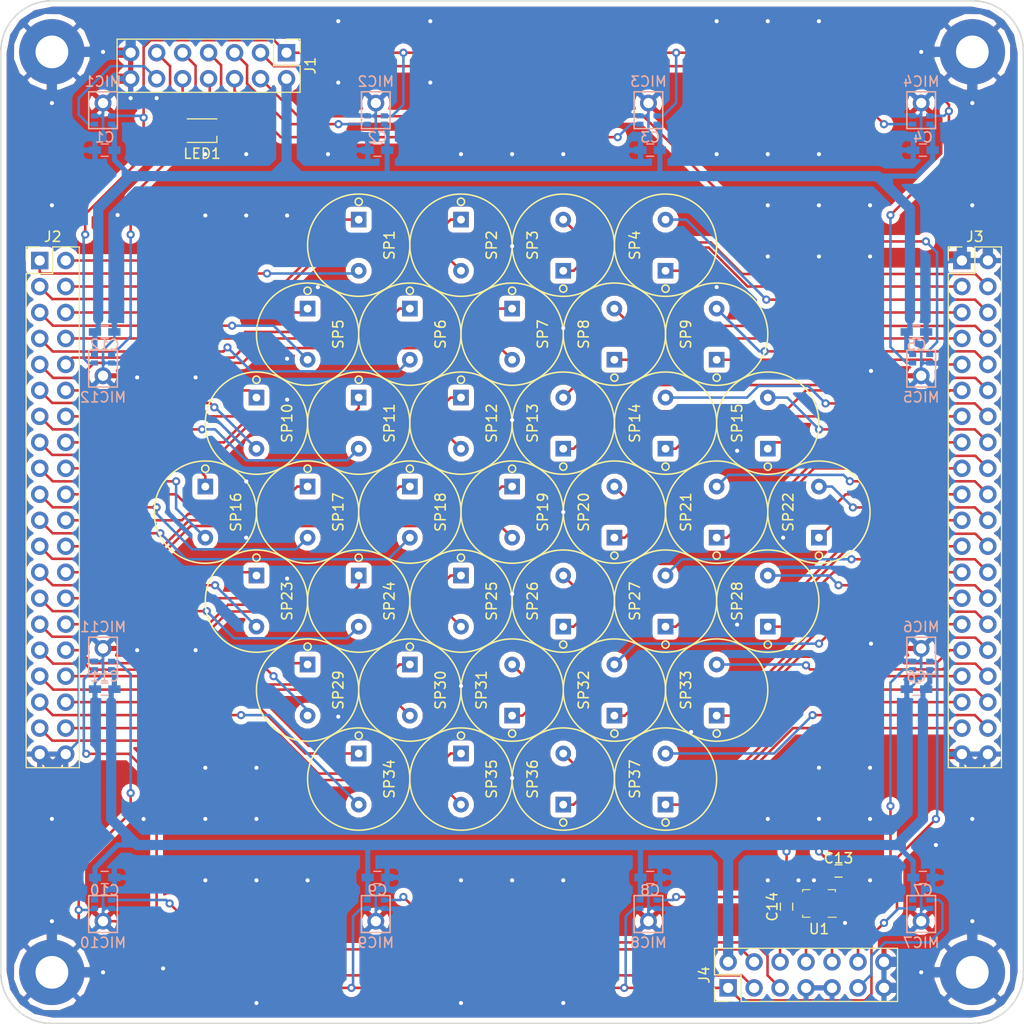
<source format=kicad_pcb>
(kicad_pcb (version 4) (host pcbnew 4.0.7)
  (layers (0 F.Cu signal) (31 B.Cu signal) (34 B.Paste user) (35 F.Paste user) (36 B.SilkS user) (37 F.SilkS user) (38 B.Mask user) (39 F.Mask user) (44 Edge.Cuts user))
  (net 0 "")
  (net 1 GND)
  (net 2 DATA4)
  (net 3 DATA5)
  (net 4 DATA2)
  (net 5 DATA3)
  (net 6 DATA12)
  (net 7 DATA1)
  (net 8 SP1+)
  (net 9 SP1-)
  (net 10 SP2+)
  (net 11 SP2-)
  (net 12 SP5+)
  (net 13 SP5-)
  (net 14 SP6+)
  (net 15 SP6-)
  (net 16 SP7+)
  (net 17 SP7-)
  (net 18 SP10+)
  (net 19 SP10-)
  (net 20 SP11+)
  (net 21 SP11-)
  (net 22 SP12+)
  (net 23 SP12-)
  (net 24 SP16+)
  (net 25 SP16-)
  (net 26 SP17+)
  (net 27 SP17-)
  (net 28 SP18+)
  (net 29 SP18-)
  (net 30 SP19+)
  (net 31 SP19-)
  (net 32 SP23+)
  (net 33 SP23-)
  (net 34 SP24+)
  (net 35 SP24-)
  (net 36 SP25+)
  (net 37 SP25-)
  (net 38 SP29+)
  (net 39 SP29-)
  (net 40 SP30+)
  (net 41 SP30-)
  (net 42 SP34+)
  (net 43 SP34-)
  (net 44 SP35+)
  (net 45 SP35-)
  (net 46 SP3+)
  (net 47 SP3-)
  (net 48 SP4+)
  (net 49 SP4-)
  (net 50 SP8+)
  (net 51 SP8-)
  (net 52 SP9+)
  (net 53 SP9-)
  (net 54 SP13+)
  (net 55 SP13-)
  (net 56 SP14+)
  (net 57 SP14-)
  (net 58 SP15+)
  (net 59 SP15-)
  (net 60 SP20+)
  (net 61 SP20-)
  (net 62 SP21+)
  (net 63 SP21-)
  (net 64 SP22+)
  (net 65 SP22-)
  (net 66 SP26+)
  (net 67 SP26-)
  (net 68 SP27+)
  (net 69 SP27-)
  (net 70 SP28+)
  (net 71 SP28-)
  (net 72 SP31+)
  (net 73 SP31-)
  (net 74 SP32+)
  (net 75 SP32-)
  (net 76 SP33+)
  (net 77 SP33-)
  (net 78 SP36+)
  (net 79 SP36-)
  (net 80 SP37+)
  (net 81 SP37-)
  (net 82 DATA7)
  (net 83 DATA6)
  (net 84 DATA9)
  (net 85 DATA8)
  (net 86 DATA11)
  (net 87 DATA10)
  (net 88 3.3V_A)
  (net 89 3.3V_B)
  (net 90 CLK_A)
  (net 91 CLK_B)
  (net 92 LED_COM)
  (net 93 LED_R)
  (net 94 LED_B)
  (net 95 LED_G)
  (net 96 IMU_SCL)
  (net 97 IMU_SDA)
  (module Housings_LGA:Bosch_LGA-14_3x2.5mm_Pitch0.5mm (layer F.Cu) (at 160.01 133.265 180)
    (fp_text reference U1 (at 0 -2.5 180) (layer F.SilkS))
    (fp_text value LSM6DS3H)
    (pad 13 smd rect (at 0 -1.0125 180) (size 0.25 0.675) (layers F.Cu F.Paste F.Mask) (net 96 IMU_SCL))
    (pad 14 smd rect (at -0.5 -1.0125 180) (size 0.25 0.675) (layers F.Cu F.Paste F.Mask) (net 97 IMU_SDA))
    (pad 12 smd rect (at 0.5 -1.0125 180) (size 0.25 0.675) (layers F.Cu F.Paste F.Mask) (net 89 3.3V_B))
    (pad 5 smd rect (at -0.5 1.0125 180) (size 0.25 0.675) (layers F.Cu F.Paste F.Mask) (net 89 3.3V_B))
    (pad 6 smd rect (at 0 1.0125 180) (size 0.25 0.675) (layers F.Cu F.Paste F.Mask) (net 1 GND))
    (pad 7 smd rect (at 0.5 1.0125 180) (size 0.25 0.675) (layers F.Cu F.Paste F.Mask) (net 1 GND))
    (pad 1 smd rect (at -1.2625 -0.75 180) (size 0.675 0.25) (layers F.Cu F.Paste F.Mask) (net 1 GND))
    (pad 2 smd rect (at -1.2625 -0.25 180) (size 0.675 0.25) (layers F.Cu F.Paste F.Mask) (net 1 GND))
    (pad 3 smd rect (at -1.2625 0.25 180) (size 0.675 0.25) (layers F.Cu F.Paste F.Mask) (net 1 GND))
    (pad 4 smd rect (at -1.2625 0.75 180) (size 0.675 0.25) (layers F.Cu F.Paste F.Mask))
    (pad 8 smd rect (at 1.2625 0.75 180) (size 0.675 0.25) (layers F.Cu F.Paste F.Mask) (net 89 3.3V_B))
    (pad 9 smd rect (at 1.2625 0.25 180) (size 0.675 0.25) (layers F.Cu F.Paste F.Mask))
    (pad 10 smd rect (at 1.2625 -0.25 180) (size 0.675 0.25) (layers F.Cu F.Paste F.Mask))
    (pad 11 smd rect (at 1.2625 -0.75 180) (size 0.675 0.25) (layers F.Cu F.Paste F.Mask))
  )
  (module Capacitors_SMD:C_0603_HandSoldering (layer F.Cu) (at 156.835 133.58 270)
    (fp_text reference C14 (at 0 1.397 270) (layer F.SilkS))
    (fp_text value 0.1u)
    (pad 1 smd rect (at -0.95 0 270) (size 1.2 0.75) (layers F.Cu F.Paste F.Mask) (net 89 3.3V_B))
    (pad 2 smd rect (at 0.95 0 270) (size 1.2 0.75) (layers F.Cu F.Paste F.Mask) (net 1 GND))
  )
  (module Capacitors_SMD:C_0603_HandSoldering (layer F.Cu) (at 161.915 130.09)
    (fp_text reference C13 (at 0 -1.25) (layer F.SilkS))
    (fp_text value 0.1u)
    (pad 1 smd rect (at -0.95 0) (size 1.2 0.75) (layers F.Cu F.Paste F.Mask) (net 89 3.3V_B))
    (pad 2 smd rect (at 0.95 0) (size 1.2 0.75) (layers F.Cu F.Paste F.Mask) (net 1 GND))
  )
  (module KiCad_Footprints:UT1007-Z325R (layer F.Cu) (at 140 95 90)
    (fp_text reference SP20 (at 0 -3 90) (layer F.SilkS))
    (fp_text value UT1007-Z325R)
    (pad 1 thru_hole rect (at -2.5 0 90) (size 1.524 1.524) (drill 0.762) (layers *.Cu *.Mask) (net 60 SP20+))
    (pad 2 thru_hole circle (at 2.5 0 90) (size 1.524 1.524) (drill 0.762) (layers *.Cu *.Mask) (net 61 SP20-))
  )
  (module KiCad_Footprints:UT1007-Z325R (layer F.Cu) (at 120 77.6 270)
    (fp_text reference SP6 (at 0 -3 270) (layer F.SilkS))
    (fp_text value UT1007-Z325R)
    (pad 1 thru_hole rect (at -2.5 0 270) (size 1.524 1.524) (drill 0.762) (layers *.Cu *.Mask) (net 14 SP6+))
    (pad 2 thru_hole circle (at 2.5 0 270) (size 1.524 1.524) (drill 0.762) (layers *.Cu *.Mask) (net 15 SP6-))
  )
  (module KiCad_Footprints:UT1007-Z325R (layer F.Cu) (at 115 86.3 270)
    (fp_text reference SP11 (at 0 -3 270) (layer F.SilkS))
    (fp_text value UT1007-Z325R)
    (pad 1 thru_hole rect (at -2.5 0 270) (size 1.524 1.524) (drill 0.762) (layers *.Cu *.Mask) (net 20 SP11+))
    (pad 2 thru_hole circle (at 2.5 0 270) (size 1.524 1.524) (drill 0.762) (layers *.Cu *.Mask) (net 21 SP11-))
  )
  (module KiCad_Footprints:UT1007-Z325R (layer F.Cu) (at 105 86.3 270)
    (fp_text reference SP10 (at 0 -3 270) (layer F.SilkS))
    (fp_text value UT1007-Z325R)
    (pad 1 thru_hole rect (at -2.5 0 270) (size 1.524 1.524) (drill 0.762) (layers *.Cu *.Mask) (net 18 SP10+))
    (pad 2 thru_hole circle (at 2.5 0 270) (size 1.524 1.524) (drill 0.762) (layers *.Cu *.Mask) (net 19 SP10-))
  )
  (module KiCad_Footprints:UT1007-Z325R (layer F.Cu) (at 110 77.6 270)
    (fp_text reference SP5 (at 0 -3 270) (layer F.SilkS))
    (fp_text value UT1007-Z325R)
    (pad 1 thru_hole rect (at -2.5 0 270) (size 1.524 1.524) (drill 0.762) (layers *.Cu *.Mask) (net 12 SP5+))
    (pad 2 thru_hole circle (at 2.5 0 270) (size 1.524 1.524) (drill 0.762) (layers *.Cu *.Mask) (net 13 SP5-))
  )
  (module KiCad_Footprints:UT1007-Z325R (layer F.Cu) (at 120 95 270)
    (fp_text reference SP18 (at 0 -3 270) (layer F.SilkS))
    (fp_text value UT1007-Z325R)
    (pad 1 thru_hole rect (at -2.5 0 270) (size 1.524 1.524) (drill 0.762) (layers *.Cu *.Mask) (net 28 SP18+))
    (pad 2 thru_hole circle (at 2.5 0 270) (size 1.524 1.524) (drill 0.762) (layers *.Cu *.Mask) (net 29 SP18-))
  )
  (module KiCad_Footprints:UT1007-Z325R (layer F.Cu) (at 120 112.4 270)
    (fp_text reference SP30 (at 0 -3 270) (layer F.SilkS))
    (fp_text value UT1007-Z325R)
    (pad 1 thru_hole rect (at -2.5 0 270) (size 1.524 1.524) (drill 0.762) (layers *.Cu *.Mask) (net 40 SP30+))
    (pad 2 thru_hole circle (at 2.5 0 270) (size 1.524 1.524) (drill 0.762) (layers *.Cu *.Mask) (net 41 SP30-))
  )
  (module KiCad_Footprints:UT1007-Z325R (layer F.Cu) (at 115 103.7 270)
    (fp_text reference SP24 (at 0 -3 270) (layer F.SilkS))
    (fp_text value UT1007-Z325R)
    (pad 1 thru_hole rect (at -2.5 0 270) (size 1.524 1.524) (drill 0.762) (layers *.Cu *.Mask) (net 34 SP24+))
    (pad 2 thru_hole circle (at 2.5 0 270) (size 1.524 1.524) (drill 0.762) (layers *.Cu *.Mask) (net 35 SP24-))
  )
  (module KiCad_Footprints:UT1007-Z325R (layer F.Cu) (at 105 103.7 270)
    (fp_text reference SP23 (at 0 -3 270) (layer F.SilkS))
    (fp_text value UT1007-Z325R)
    (pad 1 thru_hole rect (at -2.5 0 270) (size 1.524 1.524) (drill 0.762) (layers *.Cu *.Mask) (net 32 SP23+))
    (pad 2 thru_hole circle (at 2.5 0 270) (size 1.524 1.524) (drill 0.762) (layers *.Cu *.Mask) (net 33 SP23-))
  )
  (module KiCad_Footprints:UT1007-Z325R (layer F.Cu) (at 110 95 270)
    (fp_text reference SP17 (at 0 -3 270) (layer F.SilkS))
    (fp_text value UT1007-Z325R)
    (pad 1 thru_hole rect (at -2.5 0 270) (size 1.524 1.524) (drill 0.762) (layers *.Cu *.Mask) (net 26 SP17+))
    (pad 2 thru_hole circle (at 2.5 0 270) (size 1.524 1.524) (drill 0.762) (layers *.Cu *.Mask) (net 27 SP17-))
  )
  (module KiCad_Footprints:UT1007-Z325R (layer F.Cu) (at 110 112.4 270)
    (fp_text reference SP29 (at 0 -3 270) (layer F.SilkS))
    (fp_text value UT1007-Z325R)
    (pad 1 thru_hole rect (at -2.5 0 270) (size 1.524 1.524) (drill 0.762) (layers *.Cu *.Mask) (net 38 SP29+))
    (pad 2 thru_hole circle (at 2.5 0 270) (size 1.524 1.524) (drill 0.762) (layers *.Cu *.Mask) (net 39 SP29-))
  )
  (module KiCad_Footprints:UT1007-Z325R (layer F.Cu) (at 145 121.1 90)
    (fp_text reference SP37 (at 0 -3 90) (layer F.SilkS))
    (fp_text value UT1007-Z325R)
    (pad 1 thru_hole rect (at -2.5 0 90) (size 1.524 1.524) (drill 0.762) (layers *.Cu *.Mask) (net 80 SP37+))
    (pad 2 thru_hole circle (at 2.5 0 90) (size 1.524 1.524) (drill 0.762) (layers *.Cu *.Mask) (net 81 SP37-))
  )
  (module KiCad_Footprints:UT1007-Z325R (layer F.Cu) (at 135 121.1 90)
    (fp_text reference SP36 (at 0 -3 90) (layer F.SilkS))
    (fp_text value UT1007-Z325R)
    (pad 1 thru_hole rect (at -2.5 0 90) (size 1.524 1.524) (drill 0.762) (layers *.Cu *.Mask) (net 78 SP36+))
    (pad 2 thru_hole circle (at 2.5 0 90) (size 1.524 1.524) (drill 0.762) (layers *.Cu *.Mask) (net 79 SP36-))
  )
  (module KiCad_Footprints:UT1007-Z325R (layer F.Cu) (at 125 121.1 270)
    (fp_text reference SP35 (at 0 -3 270) (layer F.SilkS))
    (fp_text value UT1007-Z325R)
    (pad 1 thru_hole rect (at -2.5 0 270) (size 1.524 1.524) (drill 0.762) (layers *.Cu *.Mask) (net 44 SP35+))
    (pad 2 thru_hole circle (at 2.5 0 270) (size 1.524 1.524) (drill 0.762) (layers *.Cu *.Mask) (net 45 SP35-))
  )
  (module KiCad_Footprints:UT1007-Z325R (layer F.Cu) (at 115 121.1 270)
    (fp_text reference SP34 (at 0 -3 270) (layer F.SilkS))
    (fp_text value UT1007-Z325R)
    (pad 1 thru_hole rect (at -2.5 0 270) (size 1.524 1.524) (drill 0.762) (layers *.Cu *.Mask) (net 42 SP34+))
    (pad 2 thru_hole circle (at 2.5 0 270) (size 1.524 1.524) (drill 0.762) (layers *.Cu *.Mask) (net 43 SP34-))
  )
  (module KiCad_Footprints:UT1007-Z325R (layer F.Cu) (at 150 112.4 90)
    (fp_text reference SP33 (at 0 -3 90) (layer F.SilkS))
    (fp_text value UT1007-Z325R)
    (pad 1 thru_hole rect (at -2.5 0 90) (size 1.524 1.524) (drill 0.762) (layers *.Cu *.Mask) (net 76 SP33+))
    (pad 2 thru_hole circle (at 2.5 0 90) (size 1.524 1.524) (drill 0.762) (layers *.Cu *.Mask) (net 77 SP33-))
  )
  (module KiCad_Footprints:UT1007-Z325R (layer F.Cu) (at 140 112.4 90)
    (fp_text reference SP32 (at 0 -3 90) (layer F.SilkS))
    (fp_text value UT1007-Z325R)
    (pad 1 thru_hole rect (at -2.5 0 90) (size 1.524 1.524) (drill 0.762) (layers *.Cu *.Mask) (net 74 SP32+))
    (pad 2 thru_hole circle (at 2.5 0 90) (size 1.524 1.524) (drill 0.762) (layers *.Cu *.Mask) (net 75 SP32-))
  )
  (module KiCad_Footprints:UT1007-Z325R (layer F.Cu) (at 130 112.4 90)
    (fp_text reference SP31 (at 0 -3 90) (layer F.SilkS))
    (fp_text value UT1007-Z325R)
    (pad 1 thru_hole rect (at -2.5 0 90) (size 1.524 1.524) (drill 0.762) (layers *.Cu *.Mask) (net 72 SP31+))
    (pad 2 thru_hole circle (at 2.5 0 90) (size 1.524 1.524) (drill 0.762) (layers *.Cu *.Mask) (net 73 SP31-))
  )
  (module KiCad_Footprints:UT1007-Z325R (layer F.Cu) (at 155 103.7 90)
    (fp_text reference SP28 (at 0 -3 90) (layer F.SilkS))
    (fp_text value UT1007-Z325R)
    (pad 1 thru_hole rect (at -2.5 0 90) (size 1.524 1.524) (drill 0.762) (layers *.Cu *.Mask) (net 70 SP28+))
    (pad 2 thru_hole circle (at 2.5 0 90) (size 1.524 1.524) (drill 0.762) (layers *.Cu *.Mask) (net 71 SP28-))
  )
  (module KiCad_Footprints:UT1007-Z325R (layer F.Cu) (at 145 103.7 90)
    (fp_text reference SP27 (at 0 -3 90) (layer F.SilkS))
    (fp_text value UT1007-Z325R)
    (pad 1 thru_hole rect (at -2.5 0 90) (size 1.524 1.524) (drill 0.762) (layers *.Cu *.Mask) (net 68 SP27+))
    (pad 2 thru_hole circle (at 2.5 0 90) (size 1.524 1.524) (drill 0.762) (layers *.Cu *.Mask) (net 69 SP27-))
  )
  (module KiCad_Footprints:UT1007-Z325R (layer F.Cu) (at 135 103.7 90)
    (fp_text reference SP26 (at 0 -3 90) (layer F.SilkS))
    (fp_text value UT1007-Z325R)
    (pad 1 thru_hole rect (at -2.5 0 90) (size 1.524 1.524) (drill 0.762) (layers *.Cu *.Mask) (net 66 SP26+))
    (pad 2 thru_hole circle (at 2.5 0 90) (size 1.524 1.524) (drill 0.762) (layers *.Cu *.Mask) (net 67 SP26-))
  )
  (module KiCad_Footprints:UT1007-Z325R (layer F.Cu) (at 125 103.7 270)
    (fp_text reference SP25 (at 0 -3 270) (layer F.SilkS))
    (fp_text value UT1007-Z325R)
    (pad 1 thru_hole rect (at -2.5 0 270) (size 1.524 1.524) (drill 0.762) (layers *.Cu *.Mask) (net 36 SP25+))
    (pad 2 thru_hole circle (at 2.5 0 270) (size 1.524 1.524) (drill 0.762) (layers *.Cu *.Mask) (net 37 SP25-))
  )
  (module KiCad_Footprints:UT1007-Z325R (layer F.Cu) (at 160 95 90)
    (fp_text reference SP22 (at 0 -3 90) (layer F.SilkS))
    (fp_text value UT1007-Z325R)
    (pad 1 thru_hole rect (at -2.5 0 90) (size 1.524 1.524) (drill 0.762) (layers *.Cu *.Mask) (net 64 SP22+))
    (pad 2 thru_hole circle (at 2.5 0 90) (size 1.524 1.524) (drill 0.762) (layers *.Cu *.Mask) (net 65 SP22-))
  )
  (module KiCad_Footprints:UT1007-Z325R (layer F.Cu) (at 150 95 90)
    (fp_text reference SP21 (at 0 -3 90) (layer F.SilkS))
    (fp_text value UT1007-Z325R)
    (pad 1 thru_hole rect (at -2.5 0 90) (size 1.524 1.524) (drill 0.762) (layers *.Cu *.Mask) (net 62 SP21+))
    (pad 2 thru_hole circle (at 2.5 0 90) (size 1.524 1.524) (drill 0.762) (layers *.Cu *.Mask) (net 63 SP21-))
  )
  (module KiCad_Footprints:UT1007-Z325R (layer F.Cu) (at 130 95 270)
    (fp_text reference SP19 (at 0 -3 270) (layer F.SilkS))
    (fp_text value UT1007-Z325R)
    (pad 1 thru_hole rect (at -2.5 0 270) (size 1.524 1.524) (drill 0.762) (layers *.Cu *.Mask) (net 30 SP19+))
    (pad 2 thru_hole circle (at 2.5 0 270) (size 1.524 1.524) (drill 0.762) (layers *.Cu *.Mask) (net 31 SP19-))
  )
  (module KiCad_Footprints:UT1007-Z325R (layer F.Cu) (at 100 95 270)
    (fp_text reference SP16 (at 0 -3 270) (layer F.SilkS))
    (fp_text value UT1007-Z325R)
    (pad 1 thru_hole rect (at -2.5 0 270) (size 1.524 1.524) (drill 0.762) (layers *.Cu *.Mask) (net 24 SP16+))
    (pad 2 thru_hole circle (at 2.5 0 270) (size 1.524 1.524) (drill 0.762) (layers *.Cu *.Mask) (net 25 SP16-))
  )
  (module KiCad_Footprints:UT1007-Z325R (layer F.Cu) (at 155 86.3 90)
    (fp_text reference SP15 (at 0 -3 90) (layer F.SilkS))
    (fp_text value UT1007-Z325R)
    (pad 1 thru_hole rect (at -2.5 0 90) (size 1.524 1.524) (drill 0.762) (layers *.Cu *.Mask) (net 58 SP15+))
    (pad 2 thru_hole circle (at 2.5 0 90) (size 1.524 1.524) (drill 0.762) (layers *.Cu *.Mask) (net 59 SP15-))
  )
  (module KiCad_Footprints:UT1007-Z325R (layer F.Cu) (at 145 86.3 90)
    (fp_text reference SP14 (at 0 -3 90) (layer F.SilkS))
    (fp_text value UT1007-Z325R)
    (pad 1 thru_hole rect (at -2.5 0 90) (size 1.524 1.524) (drill 0.762) (layers *.Cu *.Mask) (net 56 SP14+))
    (pad 2 thru_hole circle (at 2.5 0 90) (size 1.524 1.524) (drill 0.762) (layers *.Cu *.Mask) (net 57 SP14-))
  )
  (module KiCad_Footprints:UT1007-Z325R (layer F.Cu) (at 135 86.3 90)
    (fp_text reference SP13 (at 0 -3 90) (layer F.SilkS))
    (fp_text value UT1007-Z325R)
    (pad 1 thru_hole rect (at -2.5 0 90) (size 1.524 1.524) (drill 0.762) (layers *.Cu *.Mask) (net 54 SP13+))
    (pad 2 thru_hole circle (at 2.5 0 90) (size 1.524 1.524) (drill 0.762) (layers *.Cu *.Mask) (net 55 SP13-))
  )
  (module KiCad_Footprints:UT1007-Z325R (layer F.Cu) (at 125 86.3 270)
    (fp_text reference SP12 (at 0 -3 270) (layer F.SilkS))
    (fp_text value UT1007-Z325R)
    (pad 1 thru_hole rect (at -2.5 0 270) (size 1.524 1.524) (drill 0.762) (layers *.Cu *.Mask) (net 22 SP12+))
    (pad 2 thru_hole circle (at 2.5 0 270) (size 1.524 1.524) (drill 0.762) (layers *.Cu *.Mask) (net 23 SP12-))
  )
  (module KiCad_Footprints:UT1007-Z325R (layer F.Cu) (at 150 77.6 90)
    (fp_text reference SP9 (at 0 -3 90) (layer F.SilkS))
    (fp_text value UT1007-Z325R)
    (pad 1 thru_hole rect (at -2.5 0 90) (size 1.524 1.524) (drill 0.762) (layers *.Cu *.Mask) (net 52 SP9+))
    (pad 2 thru_hole circle (at 2.5 0 90) (size 1.524 1.524) (drill 0.762) (layers *.Cu *.Mask) (net 53 SP9-))
  )
  (module KiCad_Footprints:UT1007-Z325R (layer F.Cu) (at 140 77.6 90)
    (fp_text reference SP8 (at 0 -3 90) (layer F.SilkS))
    (fp_text value UT1007-Z325R)
    (pad 1 thru_hole rect (at -2.5 0 90) (size 1.524 1.524) (drill 0.762) (layers *.Cu *.Mask) (net 50 SP8+))
    (pad 2 thru_hole circle (at 2.5 0 90) (size 1.524 1.524) (drill 0.762) (layers *.Cu *.Mask) (net 51 SP8-))
  )
  (module KiCad_Footprints:UT1007-Z325R (layer F.Cu) (at 130 77.6 270)
    (fp_text reference SP7 (at 0 -3 270) (layer F.SilkS))
    (fp_text value UT1007-Z325R)
    (pad 1 thru_hole rect (at -2.5 0 270) (size 1.524 1.524) (drill 0.762) (layers *.Cu *.Mask) (net 16 SP7+))
    (pad 2 thru_hole circle (at 2.5 0 270) (size 1.524 1.524) (drill 0.762) (layers *.Cu *.Mask) (net 17 SP7-))
  )
  (module KiCad_Footprints:UT1007-Z325R (layer F.Cu) (at 145 68.9 90)
    (fp_text reference SP4 (at 0 -3 90) (layer F.SilkS))
    (fp_text value UT1007-Z325R)
    (pad 1 thru_hole rect (at -2.5 0 90) (size 1.524 1.524) (drill 0.762) (layers *.Cu *.Mask) (net 48 SP4+))
    (pad 2 thru_hole circle (at 2.5 0 90) (size 1.524 1.524) (drill 0.762) (layers *.Cu *.Mask) (net 49 SP4-))
  )
  (module KiCad_Footprints:UT1007-Z325R (layer F.Cu) (at 135 68.9 90)
    (fp_text reference SP3 (at 0 -3 90) (layer F.SilkS))
    (fp_text value UT1007-Z325R)
    (pad 1 thru_hole rect (at -2.5 0 90) (size 1.524 1.524) (drill 0.762) (layers *.Cu *.Mask) (net 46 SP3+))
    (pad 2 thru_hole circle (at 2.5 0 90) (size 1.524 1.524) (drill 0.762) (layers *.Cu *.Mask) (net 47 SP3-))
  )
  (module KiCad_Footprints:UT1007-Z325R (layer F.Cu) (at 125 68.9 270)
    (fp_text reference SP2 (at 0 -3 270) (layer F.SilkS))
    (fp_text value UT1007-Z325R)
    (pad 1 thru_hole rect (at -2.5 0 270) (size 1.524 1.524) (drill 0.762) (layers *.Cu *.Mask) (net 10 SP2+))
    (pad 2 thru_hole circle (at 2.5 0 270) (size 1.524 1.524) (drill 0.762) (layers *.Cu *.Mask) (net 11 SP2-))
  )
  (module KiCad_Footprints:SPH0641LU4H-1 (layer B.Cu) (at 90 81.67 180)
    (fp_text reference MIC12 (at 0 -2.1 180) (layer B.SilkS) (effects (justify mirror)))
    (fp_text value SPH0641LU4H-1)
    (pad 3 thru_hole circle (at 0 0 180) (size 1.65 1.65) (drill 1) (layers *.Cu *.Mask) (net 1 GND))
    (pad 1 smd rect (at -0.8375 2.074 180) (size 0.7 0.5) (layers B.Cu B.Paste B.Mask) (net 6 DATA12))
    (pad 2 smd rect (at -0.8375 1.252 180) (size 0.7 0.5) (layers B.Cu B.Paste B.Mask) (net 1 GND))
    (pad 5 smd rect (at 0.8375 2.074 180) (size 0.7 0.5) (layers B.Cu B.Paste B.Mask) (net 88 3.3V_A))
    (pad 4 smd rect (at 0.8375 1.252 180) (size 0.7 0.5) (layers B.Cu B.Paste B.Mask) (net 90 CLK_A))
  )
  (module KiCad_Footprints:SPH0641LU4H-1 (layer B.Cu) (at 90 108.33)
    (fp_text reference MIC11 (at 0 -2.1) (layer B.SilkS) (effects (justify mirror)))
    (fp_text value SPH0641LU4H-1)
    (pad 3 thru_hole circle (at 0 0) (size 1.65 1.65) (drill 1) (layers *.Cu *.Mask) (net 1 GND))
    (pad 1 smd rect (at -0.8375 2.074) (size 0.7 0.5) (layers B.Cu B.Paste B.Mask) (net 86 DATA11))
    (pad 2 smd rect (at -0.8375 1.252) (size 0.7 0.5) (layers B.Cu B.Paste B.Mask) (net 1 GND))
    (pad 5 smd rect (at 0.8375 2.074) (size 0.7 0.5) (layers B.Cu B.Paste B.Mask) (net 89 3.3V_B))
    (pad 4 smd rect (at 0.8375 1.252) (size 0.7 0.5) (layers B.Cu B.Paste B.Mask) (net 91 CLK_B))
  )
  (module KiCad_Footprints:SPH0641LU4H-1 (layer B.Cu) (at 90 135 180)
    (fp_text reference MIC10 (at 0 -2.1 180) (layer B.SilkS) (effects (justify mirror)))
    (fp_text value SPH0641LU4H-1)
    (pad 3 thru_hole circle (at 0 0 180) (size 1.65 1.65) (drill 1) (layers *.Cu *.Mask) (net 1 GND))
    (pad 1 smd rect (at -0.8375 2.074 180) (size 0.7 0.5) (layers B.Cu B.Paste B.Mask) (net 87 DATA10))
    (pad 2 smd rect (at -0.8375 1.252 180) (size 0.7 0.5) (layers B.Cu B.Paste B.Mask) (net 1 GND))
    (pad 5 smd rect (at 0.8375 2.074 180) (size 0.7 0.5) (layers B.Cu B.Paste B.Mask) (net 89 3.3V_B))
    (pad 4 smd rect (at 0.8375 1.252 180) (size 0.7 0.5) (layers B.Cu B.Paste B.Mask) (net 91 CLK_B))
  )
  (module KiCad_Footprints:SPH0641LU4H-1 (layer B.Cu) (at 116.67 135 180)
    (fp_text reference MIC9 (at 0 -2.1 180) (layer B.SilkS) (effects (justify mirror)))
    (fp_text value SPH0641LU4H-1)
    (pad 3 thru_hole circle (at 0 0 180) (size 1.65 1.65) (drill 1) (layers *.Cu *.Mask) (net 1 GND))
    (pad 1 smd rect (at -0.8375 2.074 180) (size 0.7 0.5) (layers B.Cu B.Paste B.Mask) (net 84 DATA9))
    (pad 2 smd rect (at -0.8375 1.252 180) (size 0.7 0.5) (layers B.Cu B.Paste B.Mask) (net 1 GND))
    (pad 5 smd rect (at 0.8375 2.074 180) (size 0.7 0.5) (layers B.Cu B.Paste B.Mask) (net 89 3.3V_B))
    (pad 4 smd rect (at 0.8375 1.252 180) (size 0.7 0.5) (layers B.Cu B.Paste B.Mask) (net 91 CLK_B))
  )
  (module KiCad_Footprints:SPH0641LU4H-1 (layer B.Cu) (at 143.33 135 180)
    (fp_text reference MIC8 (at 0 -2.1 180) (layer B.SilkS) (effects (justify mirror)))
    (fp_text value SPH0641LU4H-1)
    (pad 3 thru_hole circle (at 0 0 180) (size 1.65 1.65) (drill 1) (layers *.Cu *.Mask) (net 1 GND))
    (pad 1 smd rect (at -0.8375 2.074 180) (size 0.7 0.5) (layers B.Cu B.Paste B.Mask) (net 85 DATA8))
    (pad 2 smd rect (at -0.8375 1.252 180) (size 0.7 0.5) (layers B.Cu B.Paste B.Mask) (net 1 GND))
    (pad 5 smd rect (at 0.8375 2.074 180) (size 0.7 0.5) (layers B.Cu B.Paste B.Mask) (net 89 3.3V_B))
    (pad 4 smd rect (at 0.8375 1.252 180) (size 0.7 0.5) (layers B.Cu B.Paste B.Mask) (net 91 CLK_B))
  )
  (module KiCad_Footprints:SPH0641LU4H-1 (layer B.Cu) (at 170 135 180)
    (fp_text reference MIC7 (at 0 -2.1 180) (layer B.SilkS) (effects (justify mirror)))
    (fp_text value SPH0641LU4H-1)
    (pad 3 thru_hole circle (at 0 0 180) (size 1.65 1.65) (drill 1) (layers *.Cu *.Mask) (net 1 GND))
    (pad 1 smd rect (at -0.8375 2.074 180) (size 0.7 0.5) (layers B.Cu B.Paste B.Mask) (net 82 DATA7))
    (pad 2 smd rect (at -0.8375 1.252 180) (size 0.7 0.5) (layers B.Cu B.Paste B.Mask) (net 1 GND))
    (pad 5 smd rect (at 0.8375 2.074 180) (size 0.7 0.5) (layers B.Cu B.Paste B.Mask) (net 89 3.3V_B))
    (pad 4 smd rect (at 0.8375 1.252 180) (size 0.7 0.5) (layers B.Cu B.Paste B.Mask) (net 91 CLK_B))
  )
  (module KiCad_Footprints:SPH0641LU4H-1 (layer B.Cu) (at 170 108.33)
    (fp_text reference MIC6 (at 0 -2.1) (layer B.SilkS) (effects (justify mirror)))
    (fp_text value SPH0641LU4H-1)
    (pad 3 thru_hole circle (at 0 0) (size 1.65 1.65) (drill 1) (layers *.Cu *.Mask) (net 1 GND))
    (pad 1 smd rect (at -0.8375 2.074) (size 0.7 0.5) (layers B.Cu B.Paste B.Mask) (net 83 DATA6))
    (pad 2 smd rect (at -0.8375 1.252) (size 0.7 0.5) (layers B.Cu B.Paste B.Mask) (net 1 GND))
    (pad 5 smd rect (at 0.8375 2.074) (size 0.7 0.5) (layers B.Cu B.Paste B.Mask) (net 89 3.3V_B))
    (pad 4 smd rect (at 0.8375 1.252) (size 0.7 0.5) (layers B.Cu B.Paste B.Mask) (net 91 CLK_B))
  )
  (module KiCad_Footprints:SPH0641LU4H-1 (layer B.Cu) (at 170 81.67 180)
    (fp_text reference MIC5 (at 0 -2.1 180) (layer B.SilkS) (effects (justify mirror)))
    (fp_text value SPH0641LU4H-1)
    (pad 3 thru_hole circle (at 0 0 180) (size 1.65 1.65) (drill 1) (layers *.Cu *.Mask) (net 1 GND))
    (pad 1 smd rect (at -0.8375 2.074 180) (size 0.7 0.5) (layers B.Cu B.Paste B.Mask) (net 3 DATA5))
    (pad 2 smd rect (at -0.8375 1.252 180) (size 0.7 0.5) (layers B.Cu B.Paste B.Mask) (net 1 GND))
    (pad 5 smd rect (at 0.8375 2.074 180) (size 0.7 0.5) (layers B.Cu B.Paste B.Mask) (net 88 3.3V_A))
    (pad 4 smd rect (at 0.8375 1.252 180) (size 0.7 0.5) (layers B.Cu B.Paste B.Mask) (net 90 CLK_A))
  )
  (module KiCad_Footprints:SPH0641LU4H-1 (layer B.Cu) (at 170 55)
    (fp_text reference MIC4 (at 0 -2.1) (layer B.SilkS) (effects (justify mirror)))
    (fp_text value SPH0641LU4H-1)
    (pad 3 thru_hole circle (at 0 0) (size 1.65 1.65) (drill 1) (layers *.Cu *.Mask) (net 1 GND))
    (pad 1 smd rect (at -0.8375 2.074) (size 0.7 0.5) (layers B.Cu B.Paste B.Mask) (net 2 DATA4))
    (pad 2 smd rect (at -0.8375 1.252) (size 0.7 0.5) (layers B.Cu B.Paste B.Mask) (net 1 GND))
    (pad 5 smd rect (at 0.8375 2.074) (size 0.7 0.5) (layers B.Cu B.Paste B.Mask) (net 88 3.3V_A))
    (pad 4 smd rect (at 0.8375 1.252) (size 0.7 0.5) (layers B.Cu B.Paste B.Mask) (net 90 CLK_A))
  )
  (module KiCad_Footprints:SPH0641LU4H-1 (layer B.Cu) (at 143.33 55)
    (fp_text reference MIC3 (at 0 -2.1) (layer B.SilkS) (effects (justify mirror)))
    (fp_text value SPH0641LU4H-1)
    (pad 3 thru_hole circle (at 0 0) (size 1.65 1.65) (drill 1) (layers *.Cu *.Mask) (net 1 GND))
    (pad 1 smd rect (at -0.8375 2.074) (size 0.7 0.5) (layers B.Cu B.Paste B.Mask) (net 5 DATA3))
    (pad 2 smd rect (at -0.8375 1.252) (size 0.7 0.5) (layers B.Cu B.Paste B.Mask) (net 1 GND))
    (pad 5 smd rect (at 0.8375 2.074) (size 0.7 0.5) (layers B.Cu B.Paste B.Mask) (net 88 3.3V_A))
    (pad 4 smd rect (at 0.8375 1.252) (size 0.7 0.5) (layers B.Cu B.Paste B.Mask) (net 90 CLK_A))
  )
  (module KiCad_Footprints:SPH0641LU4H-1 (layer B.Cu) (at 116.67 55)
    (fp_text reference MIC2 (at 0 -2.1) (layer B.SilkS) (effects (justify mirror)))
    (fp_text value SPH0641LU4H-1)
    (pad 3 thru_hole circle (at 0 0) (size 1.65 1.65) (drill 1) (layers *.Cu *.Mask) (net 1 GND))
    (pad 1 smd rect (at -0.8375 2.074) (size 0.7 0.5) (layers B.Cu B.Paste B.Mask) (net 4 DATA2))
    (pad 2 smd rect (at -0.8375 1.252) (size 0.7 0.5) (layers B.Cu B.Paste B.Mask) (net 1 GND))
    (pad 5 smd rect (at 0.8375 2.074) (size 0.7 0.5) (layers B.Cu B.Paste B.Mask) (net 88 3.3V_A))
    (pad 4 smd rect (at 0.8375 1.252) (size 0.7 0.5) (layers B.Cu B.Paste B.Mask) (net 90 CLK_A))
  )
  (module KiCad_Footprints:SPH0641LU4H-1 (layer B.Cu) (at 90 55)
    (fp_text reference MIC1 (at 0 -2.1) (layer B.SilkS) (effects (justify mirror)))
    (fp_text value SPH0641LU4H-1)
    (pad 3 thru_hole circle (at 0 0) (size 1.65 1.65) (drill 1) (layers *.Cu *.Mask) (net 1 GND))
    (pad 1 smd rect (at -0.8375 2.074) (size 0.7 0.5) (layers B.Cu B.Paste B.Mask) (net 7 DATA1))
    (pad 2 smd rect (at -0.8375 1.252) (size 0.7 0.5) (layers B.Cu B.Paste B.Mask) (net 1 GND))
    (pad 5 smd rect (at 0.8375 2.074) (size 0.7 0.5) (layers B.Cu B.Paste B.Mask) (net 88 3.3V_A))
    (pad 4 smd rect (at 0.8375 1.252) (size 0.7 0.5) (layers B.Cu B.Paste B.Mask) (net 90 CLK_A))
  )
  (module Pin_Headers:Pin_Header_Straight_2x20_Pitch2.54mm (layer F.Cu) (at 173.98 70.4)
    (fp_text reference J3 (at 1.27 -2.33) (layer F.SilkS))
    (fp_text value Conn_02x20)
    (pad 1 thru_hole rect (at 0 0) (size 1.7 1.7) (drill 1) (layers *.Cu *.Mask) (net 1 GND))
    (pad 2 thru_hole oval (at 2.54 0) (size 1.7 1.7) (drill 1) (layers *.Cu *.Mask) (net 1 GND))
    (pad 3 thru_hole oval (at 0 2.54) (size 1.7 1.7) (drill 1) (layers *.Cu *.Mask) (net 46 SP3+))
    (pad 4 thru_hole oval (at 2.54 2.54) (size 1.7 1.7) (drill 1) (layers *.Cu *.Mask) (net 47 SP3-))
    (pad 5 thru_hole oval (at 0 5.08) (size 1.7 1.7) (drill 1) (layers *.Cu *.Mask) (net 48 SP4+))
    (pad 6 thru_hole oval (at 2.54 5.08) (size 1.7 1.7) (drill 1) (layers *.Cu *.Mask) (net 49 SP4-))
    (pad 7 thru_hole oval (at 0 7.62) (size 1.7 1.7) (drill 1) (layers *.Cu *.Mask) (net 50 SP8+))
    (pad 8 thru_hole oval (at 2.54 7.62) (size 1.7 1.7) (drill 1) (layers *.Cu *.Mask) (net 51 SP8-))
    (pad 9 thru_hole oval (at 0 10.16) (size 1.7 1.7) (drill 1) (layers *.Cu *.Mask) (net 52 SP9+))
    (pad 10 thru_hole oval (at 2.54 10.16) (size 1.7 1.7) (drill 1) (layers *.Cu *.Mask) (net 53 SP9-))
    (pad 11 thru_hole oval (at 0 12.7) (size 1.7 1.7) (drill 1) (layers *.Cu *.Mask) (net 54 SP13+))
    (pad 12 thru_hole oval (at 2.54 12.7) (size 1.7 1.7) (drill 1) (layers *.Cu *.Mask) (net 55 SP13-))
    (pad 13 thru_hole oval (at 0 15.24) (size 1.7 1.7) (drill 1) (layers *.Cu *.Mask) (net 56 SP14+))
    (pad 14 thru_hole oval (at 2.54 15.24) (size 1.7 1.7) (drill 1) (layers *.Cu *.Mask) (net 57 SP14-))
    (pad 15 thru_hole oval (at 0 17.78) (size 1.7 1.7) (drill 1) (layers *.Cu *.Mask) (net 58 SP15+))
    (pad 16 thru_hole oval (at 2.54 17.78) (size 1.7 1.7) (drill 1) (layers *.Cu *.Mask) (net 59 SP15-))
    (pad 17 thru_hole oval (at 0 20.32) (size 1.7 1.7) (drill 1) (layers *.Cu *.Mask) (net 60 SP20+))
    (pad 18 thru_hole oval (at 2.54 20.32) (size 1.7 1.7) (drill 1) (layers *.Cu *.Mask) (net 61 SP20-))
    (pad 19 thru_hole oval (at 0 22.86) (size 1.7 1.7) (drill 1) (layers *.Cu *.Mask) (net 62 SP21+))
    (pad 20 thru_hole oval (at 2.54 22.86) (size 1.7 1.7) (drill 1) (layers *.Cu *.Mask) (net 63 SP21-))
    (pad 21 thru_hole oval (at 0 25.4) (size 1.7 1.7) (drill 1) (layers *.Cu *.Mask) (net 64 SP22+))
    (pad 22 thru_hole oval (at 2.54 25.4) (size 1.7 1.7) (drill 1) (layers *.Cu *.Mask) (net 65 SP22-))
    (pad 23 thru_hole oval (at 0 27.94) (size 1.7 1.7) (drill 1) (layers *.Cu *.Mask) (net 66 SP26+))
    (pad 24 thru_hole oval (at 2.54 27.94) (size 1.7 1.7) (drill 1) (layers *.Cu *.Mask) (net 67 SP26-))
    (pad 25 thru_hole oval (at 0 30.48) (size 1.7 1.7) (drill 1) (layers *.Cu *.Mask) (net 68 SP27+))
    (pad 26 thru_hole oval (at 2.54 30.48) (size 1.7 1.7) (drill 1) (layers *.Cu *.Mask) (net 69 SP27-))
    (pad 27 thru_hole oval (at 0 33.02) (size 1.7 1.7) (drill 1) (layers *.Cu *.Mask) (net 70 SP28+))
    (pad 28 thru_hole oval (at 2.54 33.02) (size 1.7 1.7) (drill 1) (layers *.Cu *.Mask) (net 71 SP28-))
    (pad 29 thru_hole oval (at 0 35.56) (size 1.7 1.7) (drill 1) (layers *.Cu *.Mask) (net 72 SP31+))
    (pad 30 thru_hole oval (at 2.54 35.56) (size 1.7 1.7) (drill 1) (layers *.Cu *.Mask) (net 73 SP31-))
    (pad 31 thru_hole oval (at 0 38.1) (size 1.7 1.7) (drill 1) (layers *.Cu *.Mask) (net 74 SP32+))
    (pad 32 thru_hole oval (at 2.54 38.1) (size 1.7 1.7) (drill 1) (layers *.Cu *.Mask) (net 75 SP32-))
    (pad 33 thru_hole oval (at 0 40.64) (size 1.7 1.7) (drill 1) (layers *.Cu *.Mask) (net 76 SP33+))
    (pad 34 thru_hole oval (at 2.54 40.64) (size 1.7 1.7) (drill 1) (layers *.Cu *.Mask) (net 77 SP33-))
    (pad 35 thru_hole oval (at 0 43.18) (size 1.7 1.7) (drill 1) (layers *.Cu *.Mask) (net 78 SP36+))
    (pad 36 thru_hole oval (at 2.54 43.18) (size 1.7 1.7) (drill 1) (layers *.Cu *.Mask) (net 79 SP36-))
    (pad 37 thru_hole oval (at 0 45.72) (size 1.7 1.7) (drill 1) (layers *.Cu *.Mask) (net 80 SP37+))
    (pad 38 thru_hole oval (at 2.54 45.72) (size 1.7 1.7) (drill 1) (layers *.Cu *.Mask) (net 81 SP37-))
    (pad 39 thru_hole oval (at 0 48.26) (size 1.7 1.7) (drill 1) (layers *.Cu *.Mask) (net 1 GND))
    (pad 40 thru_hole oval (at 2.54 48.26) (size 1.7 1.7) (drill 1) (layers *.Cu *.Mask) (net 1 GND))
  )
  (module Capacitors_SMD:C_0603_HandSoldering (layer B.Cu) (at 90.16 77.385)
    (fp_text reference C12 (at 0 1.25) (layer B.SilkS) (effects (justify mirror)))
    (fp_text value 0.1u)
    (pad 1 smd rect (at -0.95 0) (size 1.2 0.75) (layers B.Cu B.Paste B.Mask) (net 88 3.3V_A))
    (pad 2 smd rect (at 0.95 0) (size 1.2 0.75) (layers B.Cu B.Paste B.Mask) (net 1 GND))
  )
  (module Capacitors_SMD:C_0603_HandSoldering (layer B.Cu) (at 90.16 112.31 180)
    (fp_text reference C11 (at 0 1.25 180) (layer B.SilkS) (effects (justify mirror)))
    (fp_text value 0.1u)
    (pad 1 smd rect (at -0.95 0 180) (size 1.2 0.75) (layers B.Cu B.Paste B.Mask) (net 89 3.3V_B))
    (pad 2 smd rect (at 0.95 0 180) (size 1.2 0.75) (layers B.Cu B.Paste B.Mask) (net 1 GND))
  )
  (module Capacitors_SMD:C_0603_HandSoldering (layer B.Cu) (at 90.16 130.725)
    (fp_text reference C10 (at 0 1.25) (layer B.SilkS) (effects (justify mirror)))
    (fp_text value 0.1u)
    (pad 1 smd rect (at -0.95 0) (size 1.2 0.75) (layers B.Cu B.Paste B.Mask) (net 89 3.3V_B))
    (pad 2 smd rect (at 0.95 0) (size 1.2 0.75) (layers B.Cu B.Paste B.Mask) (net 1 GND))
  )
  (module Capacitors_SMD:C_0603_HandSoldering (layer B.Cu) (at 116.83 130.725)
    (fp_text reference C9 (at 0 1.25) (layer B.SilkS) (effects (justify mirror)))
    (fp_text value 0.1u)
    (pad 1 smd rect (at -0.95 0) (size 1.2 0.75) (layers B.Cu B.Paste B.Mask) (net 89 3.3V_B))
    (pad 2 smd rect (at 0.95 0) (size 1.2 0.75) (layers B.Cu B.Paste B.Mask) (net 1 GND))
  )
  (module Capacitors_SMD:C_0603_HandSoldering (layer B.Cu) (at 143.5 130.725)
    (fp_text reference C8 (at 0 1.25) (layer B.SilkS) (effects (justify mirror)))
    (fp_text value 0.1u)
    (pad 1 smd rect (at -0.95 0) (size 1.2 0.75) (layers B.Cu B.Paste B.Mask) (net 89 3.3V_B))
    (pad 2 smd rect (at 0.95 0) (size 1.2 0.75) (layers B.Cu B.Paste B.Mask) (net 1 GND))
  )
  (module Capacitors_SMD:C_0603_HandSoldering (layer B.Cu) (at 170.17 130.725)
    (fp_text reference C7 (at 0 1.25) (layer B.SilkS) (effects (justify mirror)))
    (fp_text value 0.1u)
    (pad 1 smd rect (at -0.95 0) (size 1.2 0.75) (layers B.Cu B.Paste B.Mask) (net 89 3.3V_B))
    (pad 2 smd rect (at 0.95 0) (size 1.2 0.75) (layers B.Cu B.Paste B.Mask) (net 1 GND))
  )
  (module Capacitors_SMD:C_0603_HandSoldering (layer B.Cu) (at 169.535 112.31 180)
    (fp_text reference C6 (at 0 1.25 180) (layer B.SilkS) (effects (justify mirror)))
    (fp_text value 0.1u)
    (pad 1 smd rect (at -0.95 0 180) (size 1.2 0.75) (layers B.Cu B.Paste B.Mask) (net 89 3.3V_B))
    (pad 2 smd rect (at 0.95 0 180) (size 1.2 0.75) (layers B.Cu B.Paste B.Mask) (net 1 GND))
  )
  (module Capacitors_SMD:C_0603_HandSoldering (layer B.Cu) (at 169.535 77.385)
    (fp_text reference C5 (at 0 1.25) (layer B.SilkS) (effects (justify mirror)))
    (fp_text value 0.1u)
    (pad 1 smd rect (at -0.95 0) (size 1.2 0.75) (layers B.Cu B.Paste B.Mask) (net 88 3.3V_A))
    (pad 2 smd rect (at 0.95 0) (size 1.2 0.75) (layers B.Cu B.Paste B.Mask) (net 1 GND))
  )
  (module Capacitors_SMD:C_0603_HandSoldering (layer B.Cu) (at 170.17 59.605 180)
    (fp_text reference C4 (at 0 1.25 180) (layer B.SilkS) (effects (justify mirror)))
    (fp_text value 0.1u)
    (pad 1 smd rect (at -0.95 0 180) (size 1.2 0.75) (layers B.Cu B.Paste B.Mask) (net 88 3.3V_A))
    (pad 2 smd rect (at 0.95 0 180) (size 1.2 0.75) (layers B.Cu B.Paste B.Mask) (net 1 GND))
  )
  (module Capacitors_SMD:C_0603_HandSoldering (layer B.Cu) (at 143.5 59.605 180)
    (fp_text reference C3 (at 0 1.25 180) (layer B.SilkS) (effects (justify mirror)))
    (fp_text value 0.1u)
    (pad 1 smd rect (at -0.95 0 180) (size 1.2 0.75) (layers B.Cu B.Paste B.Mask) (net 88 3.3V_A))
    (pad 2 smd rect (at 0.95 0 180) (size 1.2 0.75) (layers B.Cu B.Paste B.Mask) (net 1 GND))
  )
  (module Capacitors_SMD:C_0603_HandSoldering (layer B.Cu) (at 116.83 59.605 180)
    (fp_text reference C2 (at 0 1.25 180) (layer B.SilkS) (effects (justify mirror)))
    (fp_text value 0.1u)
    (pad 1 smd rect (at -0.95 0 180) (size 1.2 0.75) (layers B.Cu B.Paste B.Mask) (net 88 3.3V_A))
    (pad 2 smd rect (at 0.95 0 180) (size 1.2 0.75) (layers B.Cu B.Paste B.Mask) (net 1 GND))
  )
  (module Capacitors_SMD:C_0603_HandSoldering (layer B.Cu) (at 90.16 59.605 180)
    (fp_text reference C1 (at 0 1.25 180) (layer B.SilkS) (effects (justify mirror)))
    (fp_text value 0.1u)
    (pad 1 smd rect (at -0.95 0 180) (size 1.2 0.75) (layers B.Cu B.Paste B.Mask) (net 88 3.3V_A))
    (pad 2 smd rect (at 0.95 0 180) (size 1.2 0.75) (layers B.Cu B.Paste B.Mask) (net 1 GND))
  )
  (module KiCad_Footprints:UT1007-Z325R (layer F.Cu) (at 115 68.9 270)
    (fp_text reference SP1 (at 0 -3 270) (layer F.SilkS))
    (fp_text value UT1007-Z325R)
    (pad 1 thru_hole rect (at -2.5 0 270) (size 1.524 1.524) (drill 0.762) (layers *.Cu *.Mask) (net 8 SP1+))
    (pad 2 thru_hole circle (at 2.5 0 270) (size 1.524 1.524) (drill 0.762) (layers *.Cu *.Mask) (net 9 SP1-))
  )
  (module Pin_Headers:Pin_Header_Straight_2x20_Pitch2.54mm (layer F.Cu) (at 83.81 70.4)
    (fp_text reference J2 (at 1.27 -2.33) (layer F.SilkS))
    (fp_text value Conn_02x20)
    (pad 1 thru_hole rect (at 0 0) (size 1.7 1.7) (drill 1) (layers *.Cu *.Mask) (net 9 SP1-))
    (pad 2 thru_hole oval (at 2.54 0) (size 1.7 1.7) (drill 1) (layers *.Cu *.Mask) (net 8 SP1+))
    (pad 3 thru_hole oval (at 0 2.54) (size 1.7 1.7) (drill 1) (layers *.Cu *.Mask) (net 11 SP2-))
    (pad 4 thru_hole oval (at 2.54 2.54) (size 1.7 1.7) (drill 1) (layers *.Cu *.Mask) (net 10 SP2+))
    (pad 5 thru_hole oval (at 0 5.08) (size 1.7 1.7) (drill 1) (layers *.Cu *.Mask) (net 13 SP5-))
    (pad 6 thru_hole oval (at 2.54 5.08) (size 1.7 1.7) (drill 1) (layers *.Cu *.Mask) (net 12 SP5+))
    (pad 7 thru_hole oval (at 0 7.62) (size 1.7 1.7) (drill 1) (layers *.Cu *.Mask) (net 15 SP6-))
    (pad 8 thru_hole oval (at 2.54 7.62) (size 1.7 1.7) (drill 1) (layers *.Cu *.Mask) (net 14 SP6+))
    (pad 9 thru_hole oval (at 0 10.16) (size 1.7 1.7) (drill 1) (layers *.Cu *.Mask) (net 17 SP7-))
    (pad 10 thru_hole oval (at 2.54 10.16) (size 1.7 1.7) (drill 1) (layers *.Cu *.Mask) (net 16 SP7+))
    (pad 11 thru_hole oval (at 0 12.7) (size 1.7 1.7) (drill 1) (layers *.Cu *.Mask) (net 19 SP10-))
    (pad 12 thru_hole oval (at 2.54 12.7) (size 1.7 1.7) (drill 1) (layers *.Cu *.Mask) (net 18 SP10+))
    (pad 13 thru_hole oval (at 0 15.24) (size 1.7 1.7) (drill 1) (layers *.Cu *.Mask) (net 21 SP11-))
    (pad 14 thru_hole oval (at 2.54 15.24) (size 1.7 1.7) (drill 1) (layers *.Cu *.Mask) (net 20 SP11+))
    (pad 15 thru_hole oval (at 0 17.78) (size 1.7 1.7) (drill 1) (layers *.Cu *.Mask) (net 23 SP12-))
    (pad 16 thru_hole oval (at 2.54 17.78) (size 1.7 1.7) (drill 1) (layers *.Cu *.Mask) (net 22 SP12+))
    (pad 17 thru_hole oval (at 0 20.32) (size 1.7 1.7) (drill 1) (layers *.Cu *.Mask) (net 25 SP16-))
    (pad 18 thru_hole oval (at 2.54 20.32) (size 1.7 1.7) (drill 1) (layers *.Cu *.Mask) (net 24 SP16+))
    (pad 19 thru_hole oval (at 0 22.86) (size 1.7 1.7) (drill 1) (layers *.Cu *.Mask) (net 27 SP17-))
    (pad 20 thru_hole oval (at 2.54 22.86) (size 1.7 1.7) (drill 1) (layers *.Cu *.Mask) (net 26 SP17+))
    (pad 21 thru_hole oval (at 0 25.4) (size 1.7 1.7) (drill 1) (layers *.Cu *.Mask) (net 29 SP18-))
    (pad 22 thru_hole oval (at 2.54 25.4) (size 1.7 1.7) (drill 1) (layers *.Cu *.Mask) (net 28 SP18+))
    (pad 23 thru_hole oval (at 0 27.94) (size 1.7 1.7) (drill 1) (layers *.Cu *.Mask) (net 31 SP19-))
    (pad 24 thru_hole oval (at 2.54 27.94) (size 1.7 1.7) (drill 1) (layers *.Cu *.Mask) (net 30 SP19+))
    (pad 25 thru_hole oval (at 0 30.48) (size 1.7 1.7) (drill 1) (layers *.Cu *.Mask) (net 33 SP23-))
    (pad 26 thru_hole oval (at 2.54 30.48) (size 1.7 1.7) (drill 1) (layers *.Cu *.Mask) (net 32 SP23+))
    (pad 27 thru_hole oval (at 0 33.02) (size 1.7 1.7) (drill 1) (layers *.Cu *.Mask) (net 35 SP24-))
    (pad 28 thru_hole oval (at 2.54 33.02) (size 1.7 1.7) (drill 1) (layers *.Cu *.Mask) (net 34 SP24+))
    (pad 29 thru_hole oval (at 0 35.56) (size 1.7 1.7) (drill 1) (layers *.Cu *.Mask) (net 37 SP25-))
    (pad 30 thru_hole oval (at 2.54 35.56) (size 1.7 1.7) (drill 1) (layers *.Cu *.Mask) (net 36 SP25+))
    (pad 31 thru_hole oval (at 0 38.1) (size 1.7 1.7) (drill 1) (layers *.Cu *.Mask) (net 39 SP29-))
    (pad 32 thru_hole oval (at 2.54 38.1) (size 1.7 1.7) (drill 1) (layers *.Cu *.Mask) (net 38 SP29+))
    (pad 33 thru_hole oval (at 0 40.64) (size 1.7 1.7) (drill 1) (layers *.Cu *.Mask) (net 41 SP30-))
    (pad 34 thru_hole oval (at 2.54 40.64) (size 1.7 1.7) (drill 1) (layers *.Cu *.Mask) (net 40 SP30+))
    (pad 35 thru_hole oval (at 0 43.18) (size 1.7 1.7) (drill 1) (layers *.Cu *.Mask) (net 43 SP34-))
    (pad 36 thru_hole oval (at 2.54 43.18) (size 1.7 1.7) (drill 1) (layers *.Cu *.Mask) (net 42 SP34+))
    (pad 37 thru_hole oval (at 0 45.72) (size 1.7 1.7) (drill 1) (layers *.Cu *.Mask) (net 45 SP35-))
    (pad 38 thru_hole oval (at 2.54 45.72) (size 1.7 1.7) (drill 1) (layers *.Cu *.Mask) (net 44 SP35+))
    (pad 39 thru_hole oval (at 0 48.26) (size 1.7 1.7) (drill 1) (layers *.Cu *.Mask) (net 1 GND))
    (pad 40 thru_hole oval (at 2.54 48.26) (size 1.7 1.7) (drill 1) (layers *.Cu *.Mask) (net 1 GND))
  )
  (module Mounting_Holes:MountingHole_3.2mm_M3_Pad (layer F.Cu) (at 85 50)
    (fp_text reference J5 hide)
    (fp_text value MountingHole)
    (pad 1 thru_hole circle (at 0 0) (size 6.4 6.4) (drill 3.2) (layers *.Cu *.Mask) (net 1 GND))
  )
  (module Mounting_Holes:MountingHole_3.2mm_M3_Pad (layer F.Cu) (at 175 50)
    (fp_text reference J6 hide)
    (fp_text value MountingHole)
    (pad 1 thru_hole circle (at 0 0) (size 6.4 6.4) (drill 3.2) (layers *.Cu *.Mask) (net 1 GND))
  )
  (module Mounting_Holes:MountingHole_3.2mm_M3_Pad (layer F.Cu) (at 175 140)
    (fp_text reference J7 hide)
    (fp_text value MountingHole)
    (pad 1 thru_hole circle (at 0 0) (size 6.4 6.4) (drill 3.2) (layers *.Cu *.Mask) (net 1 GND))
  )
  (module Mounting_Holes:MountingHole_3.2mm_M3_Pad (layer F.Cu) (at 85 140)
    (fp_text reference J8 hide)
    (fp_text value MountingHole)
    (pad 1 thru_hole circle (at 0 0) (size 6.4 6.4) (drill 3.2) (layers *.Cu *.Mask) (net 1 GND))
  )
  (module Pin_Headers:Pin_Header_Straight_2x07_Pitch2.54mm (layer F.Cu) (at 151.12 141.52 90)
    (fp_text reference J4 (at 1.27 -2.33 90) (layer F.SilkS))
    (fp_text value Conn_02x07)
    (pad 1 thru_hole rect (at 0 0 90) (size 1.7 1.7) (drill 1) (layers *.Cu *.Mask) (net 91 CLK_B))
    (pad 2 thru_hole oval (at 2.54 0 90) (size 1.7 1.7) (drill 1) (layers *.Cu *.Mask) (net 89 3.3V_B))
    (pad 3 thru_hole oval (at 0 2.54 90) (size 1.7 1.7) (drill 1) (layers *.Cu *.Mask) (net 86 DATA11))
    (pad 4 thru_hole oval (at 2.54 2.54 90) (size 1.7 1.7) (drill 1) (layers *.Cu *.Mask) (net 87 DATA10))
    (pad 5 thru_hole oval (at 0 5.08 90) (size 1.7 1.7) (drill 1) (layers *.Cu *.Mask) (net 84 DATA9))
    (pad 6 thru_hole oval (at 2.54 5.08 90) (size 1.7 1.7) (drill 1) (layers *.Cu *.Mask) (net 85 DATA8))
    (pad 7 thru_hole oval (at 0 7.62 90) (size 1.7 1.7) (drill 1) (layers *.Cu *.Mask) (net 1 GND))
    (pad 8 thru_hole oval (at 2.54 7.62 90) (size 1.7 1.7) (drill 1) (layers *.Cu *.Mask) (net 96 IMU_SCL))
    (pad 9 thru_hole oval (at 0 10.16 90) (size 1.7 1.7) (drill 1) (layers *.Cu *.Mask) (net 1 GND))
    (pad 10 thru_hole oval (at 2.54 10.16 90) (size 1.7 1.7) (drill 1) (layers *.Cu *.Mask) (net 97 IMU_SDA))
    (pad 11 thru_hole oval (at 0 12.7 90) (size 1.7 1.7) (drill 1) (layers *.Cu *.Mask) (net 82 DATA7))
    (pad 12 thru_hole oval (at 2.54 12.7 90) (size 1.7 1.7) (drill 1) (layers *.Cu *.Mask) (net 83 DATA6))
    (pad 13 thru_hole oval (at 0 15.24 90) (size 1.7 1.7) (drill 1) (layers *.Cu *.Mask) (net 1 GND))
    (pad 14 thru_hole oval (at 2.54 15.24 90) (size 1.7 1.7) (drill 1) (layers *.Cu *.Mask) (net 1 GND))
  )
  (module Pin_Headers:Pin_Header_Straight_2x07_Pitch2.54mm (layer F.Cu) (at 107.94 50.08 270)
    (fp_text reference J1 (at 1.27 -2.33 270) (layer F.SilkS))
    (fp_text value Conn_02x07)
    (pad 1 thru_hole rect (at 0 0 270) (size 1.7 1.7) (drill 1) (layers *.Cu *.Mask) (net 90 CLK_A))
    (pad 2 thru_hole oval (at 2.54 0 270) (size 1.7 1.7) (drill 1) (layers *.Cu *.Mask) (net 88 3.3V_A))
    (pad 3 thru_hole oval (at 0 2.54 270) (size 1.7 1.7) (drill 1) (layers *.Cu *.Mask) (net 2 DATA4))
    (pad 4 thru_hole oval (at 2.54 2.54 270) (size 1.7 1.7) (drill 1) (layers *.Cu *.Mask) (net 3 DATA5))
    (pad 5 thru_hole oval (at 0 5.08 270) (size 1.7 1.7) (drill 1) (layers *.Cu *.Mask) (net 4 DATA2))
    (pad 6 thru_hole oval (at 2.54 5.08 270) (size 1.7 1.7) (drill 1) (layers *.Cu *.Mask) (net 5 DATA3))
    (pad 7 thru_hole oval (at 0 7.62 270) (size 1.7 1.7) (drill 1) (layers *.Cu *.Mask) (net 92 LED_COM))
    (pad 8 thru_hole oval (at 2.54 7.62 270) (size 1.7 1.7) (drill 1) (layers *.Cu *.Mask) (net 93 LED_R))
    (pad 9 thru_hole oval (at 0 10.16 270) (size 1.7 1.7) (drill 1) (layers *.Cu *.Mask) (net 95 LED_G))
    (pad 10 thru_hole oval (at 2.54 10.16 270) (size 1.7 1.7) (drill 1) (layers *.Cu *.Mask) (net 94 LED_B))
    (pad 11 thru_hole oval (at 0 12.7 270) (size 1.7 1.7) (drill 1) (layers *.Cu *.Mask) (net 6 DATA12))
    (pad 12 thru_hole oval (at 2.54 12.7 270) (size 1.7 1.7) (drill 1) (layers *.Cu *.Mask) (net 7 DATA1))
    (pad 13 thru_hole oval (at 0 15.24 270) (size 1.7 1.7) (drill 1) (layers *.Cu *.Mask) (net 1 GND))
    (pad 14 thru_hole oval (at 2.54 15.24 270) (size 1.7 1.7) (drill 1) (layers *.Cu *.Mask) (net 1 GND))
  )
  (module LEDs:LED_Cree-PLCC4_2x2mm_CW (layer F.Cu) (at 99.685 57.7 180)
    (fp_text reference LED1 (at 0 -2.25 180) (layer F.SilkS))
    (fp_text value RGB_LED)
    (pad 1 smd rect (at -0.75 -0.55 180) (size 1 0.8) (layers F.Cu F.Paste F.Mask) (net 92 LED_COM))
    (pad 2 smd rect (at 0.75 -0.55 180) (size 1 0.8) (layers F.Cu F.Paste F.Mask) (net 94 LED_B))
    (pad 3 smd rect (at 0.75 0.55 180) (size 1 0.8) (layers F.Cu F.Paste F.Mask) (net 95 LED_G))
    (pad 4 smd rect (at -0.75 0.55 180) (size 1 0.8) (layers F.Cu F.Paste F.Mask) (net 93 LED_R))
  )
  (gr_arc (start 85 140) (end 85 145) (angle 90) (layer Edge.Cuts) (width 0.15))
  (gr_arc (start 175 140) (end 180 140) (angle 90) (layer Edge.Cuts) (width 0.15))
  (gr_arc (start 175 50) (end 175 45) (angle 90) (layer Edge.Cuts) (width 0.15))
  (gr_arc (start 85 50) (end 80 50) (angle 90) (layer Edge.Cuts) (width 0.15))
  (gr_line (start 80 140) (end 80 50) (layer Edge.Cuts) (width 0.15))
  (gr_line (start 175 145) (end 85 145) (layer Edge.Cuts) (width 0.15))
  (gr_line (start 180 50) (end 180 140) (layer Edge.Cuts) (width 0.15))
  (gr_line (start 85 45) (end 175 45) (layer Edge.Cuts) (width 0.15))
  (segment (start 175 130) (end 175 125) (width 0.25) (layer F.Cu) (net 1))
  (segment (start 175 135) (end 175 130) (width 0.25) (layer F.Cu) (net 1))
  (segment (start 85 60) (end 85 65) (width 0.25) (layer B.Cu) (net 1))
  (segment (start 175 125) (end 175 119.68) (width 1) (layer F.Cu) (net 1))
  (via (at 175 125) (size 0.8) (drill 0.4) (layers F.Cu B.Cu) (net 1))
  (segment (start 85 125) (end 85 130) (width 1) (layer B.Cu) (net 1))
  (segment (start 85 130) (end 85 140) (width 1) (layer B.Cu) (net 1))
  (segment (start 85 135) (end 85 130) (width 0.25) (layer F.Cu) (net 1))
  (segment (start 159.51 130.606) (end 159.51 131) (width 0.25) (layer F.Cu) (net 1))
  (segment (start 159.51 131) (end 159.51 132.2525) (width 0.25) (layer F.Cu) (net 1))
  (segment (start 158 131) (end 159.51 131) (width 0.25) (layer B.Cu) (net 1))
  (via (at 159.51 131) (size 0.8) (drill 0.4) (layers F.Cu B.Cu) (net 1))
  (segment (start 160 125) (end 158 127) (width 0.25) (layer F.Cu) (net 1))
  (segment (start 158 127) (end 158 129.047998) (width 0.25) (layer F.Cu) (net 1))
  (segment (start 158 129.047998) (end 158 131) (width 0.25) (layer F.Cu) (net 1))
  (via (at 158 131) (size 0.8) (drill 0.4) (layers F.Cu B.Cu) (net 1))
  (segment (start 165 131) (end 165 132.72) (width 0.25) (layer F.Cu) (net 1))
  (segment (start 165 132.72) (end 162.55 135.17) (width 0.25) (layer F.Cu) (net 1))
  (via (at 162.55 135.17) (size 0.8) (drill 0.4) (layers F.Cu B.Cu) (net 1))
  (segment (start 165 127.705002) (end 165 131) (width 0.25) (layer F.Cu) (net 1))
  (via (at 165 131) (size 0.8) (drill 0.4) (layers F.Cu B.Cu) (net 1))
  (segment (start 165 125) (end 165 127.705002) (width 0.25) (layer F.Cu) (net 1))
  (segment (start 160.01 132.2525) (end 160.01 131.106) (width 0.25) (layer F.Cu) (net 1))
  (segment (start 160.01 131.106) (end 159.51 130.606) (width 0.25) (layer F.Cu) (net 1))
  (segment (start 162.804 133.9) (end 162.804 133.646) (width 0.25) (layer F.Cu) (net 1))
  (segment (start 162.804 133.646) (end 162.804 133.138) (width 0.25) (layer F.Cu) (net 1))
  (segment (start 161.2725 133.515) (end 162.673 133.515) (width 0.25) (layer F.Cu) (net 1))
  (segment (start 162.673 133.515) (end 162.804 133.646) (width 0.25) (layer F.Cu) (net 1))
  (segment (start 162.804 133.138) (end 162.681001 133.015001) (width 0.25) (layer F.Cu) (net 1))
  (segment (start 162.681001 133.015001) (end 161.86 133.015) (width 0.25) (layer F.Cu) (net 1))
  (segment (start 161.86 133.015) (end 161.2725 133.015) (width 0.25) (layer F.Cu) (net 1))
  (segment (start 162.689 134.015) (end 162.804 133.9) (width 0.25) (layer F.Cu) (net 1))
  (segment (start 161.2725 134.015) (end 162.689 134.015) (width 0.25) (layer F.Cu) (net 1))
  (segment (start 92.7 54.525) (end 95.24 54.525) (width 0.25) (layer B.Cu) (net 1))
  (via (at 95.24 54.525) (size 0.8) (drill 0.4) (layers F.Cu B.Cu) (net 1))
  (segment (start 92.7 52.62) (end 92.7 54.525) (width 0.25) (layer B.Cu) (net 1))
  (via (at 92.7 54.525) (size 0.8) (drill 0.4) (layers F.Cu B.Cu) (net 1))
  (segment (start 100 60) (end 104 60) (width 0.25) (layer B.Cu) (net 1))
  (via (at 104 60) (size 0.8) (drill 0.4) (layers F.Cu B.Cu) (net 1))
  (segment (start 100 66) (end 100 60) (width 0.25) (layer F.Cu) (net 1))
  (via (at 100 60) (size 0.8) (drill 0.4) (layers F.Cu B.Cu) (net 1))
  (segment (start 92.7 52.62) (end 90.16 52.62) (width 1) (layer F.Cu) (net 1))
  (segment (start 92.7 50.08) (end 90.08 50.08) (width 1) (layer F.Cu) (net 1))
  (segment (start 90.08 50.08) (end 90 50) (width 1) (layer F.Cu) (net 1))
  (segment (start 92.7 50.08) (end 92.7 47.3) (width 1) (layer B.Cu) (net 1))
  (segment (start 92.7 47.3) (end 93 47) (width 1) (layer B.Cu) (net 1))
  (segment (start 100 66) (end 91.475 66) (width 0.25) (layer B.Cu) (net 1))
  (segment (start 91.475 66) (end 91.43 65.955) (width 0.25) (layer B.Cu) (net 1))
  (via (at 91.43 65.955) (size 0.8) (drill 0.4) (layers F.Cu B.Cu) (net 1))
  (segment (start 168.585 112.31) (end 168.585 124.391083) (width 0.25) (layer B.Cu) (net 1))
  (segment (start 168.585 124.391083) (end 167.976083 125) (width 0.25) (layer B.Cu) (net 1))
  (segment (start 167.976083 125) (end 165 125) (width 0.25) (layer B.Cu) (net 1))
  (segment (start 166.36 141.52) (end 168.48 141.52) (width 1) (layer B.Cu) (net 1))
  (segment (start 168.48 141.52) (end 170 140) (width 1) (layer B.Cu) (net 1))
  (segment (start 166.36 138.98) (end 168.98 138.98) (width 1) (layer B.Cu) (net 1))
  (segment (start 168.98 138.98) (end 170 140) (width 1) (layer B.Cu) (net 1))
  (segment (start 166.36 141.52) (end 167.765 141.52) (width 1) (layer F.Cu) (net 1))
  (segment (start 167.765 141.52) (end 169.285 140) (width 1) (layer F.Cu) (net 1))
  (segment (start 169.285 140) (end 168.265 138.98) (width 1) (layer F.Cu) (net 1))
  (segment (start 168.265 138.98) (end 166.36 138.98) (width 1) (layer F.Cu) (net 1))
  (segment (start 170 140) (end 169.285 140) (width 1) (layer F.Cu) (net 1))
  (segment (start 165.565 81.67) (end 165.09 81.195) (width 0.5) (layer F.Cu) (net 1))
  (via (at 165.09 81.195) (size 0.8) (drill 0.4) (layers F.Cu B.Cu) (net 1))
  (segment (start 170 81.67) (end 165.565 81.67) (width 0.5) (layer F.Cu) (net 1))
  (segment (start 165.555 108.33) (end 165.09 107.865) (width 0.5) (layer F.Cu) (net 1))
  (via (at 165.09 107.865) (size 0.8) (drill 0.4) (layers F.Cu B.Cu) (net 1))
  (segment (start 170 108.33) (end 165.555 108.33) (width 0.5) (layer F.Cu) (net 1))
  (segment (start 93.335 81.83) (end 99.05 81.83) (width 0.5) (layer B.Cu) (net 1))
  (via (at 99.05 81.83) (size 0.8) (drill 0.4) (layers F.Cu B.Cu) (net 1))
  (segment (start 90 81.67) (end 93.175 81.67) (width 0.5) (layer F.Cu) (net 1))
  (segment (start 93.175 81.67) (end 93.335 81.83) (width 0.5) (layer F.Cu) (net 1))
  (via (at 93.335 81.83) (size 0.8) (drill 0.4) (layers F.Cu B.Cu) (net 1))
  (segment (start 90 108.33) (end 93.165 108.33) (width 0.5) (layer F.Cu) (net 1))
  (segment (start 93.165 108.33) (end 93.335 108.5) (width 0.5) (layer F.Cu) (net 1))
  (segment (start 165 70) (end 173.58 70) (width 1) (layer F.Cu) (net 1))
  (segment (start 173.58 70) (end 173.98 70.4) (width 1) (layer F.Cu) (net 1))
  (segment (start 160 70) (end 155 70) (width 0.25) (layer F.Cu) (net 1))
  (via (at 155 70) (size 0.8) (drill 0.4) (layers F.Cu B.Cu) (net 1))
  (segment (start 165 70) (end 160 70) (width 0.25) (layer B.Cu) (net 1))
  (via (at 160 70) (size 0.8) (drill 0.4) (layers F.Cu B.Cu) (net 1))
  (via (at 165 70) (size 0.8) (drill 0.4) (layers F.Cu B.Cu) (net 1))
  (segment (start 147.5 116.5) (end 134.5 116.5) (width 0.25) (layer F.Cu) (net 1))
  (segment (start 134.5 116.5) (end 130 121) (width 0.25) (layer F.Cu) (net 1))
  (segment (start 135 95) (end 135 97) (width 0.25) (layer B.Cu) (net 1))
  (segment (start 134 93) (end 134 94) (width 0.25) (layer B.Cu) (net 1))
  (segment (start 134 94) (end 135 95) (width 0.25) (layer B.Cu) (net 1))
  (segment (start 135 95) (end 135 97) (width 0.25) (layer F.Cu) (net 1))
  (segment (start 136 93) (end 136 94) (width 0.25) (layer F.Cu) (net 1))
  (segment (start 136 94) (end 135 95) (width 0.25) (layer F.Cu) (net 1))
  (via (at 135 95) (size 0.8) (drill 0.4) (layers F.Cu B.Cu) (net 1))
  (segment (start 130 103) (end 130 106) (width 0.25) (layer F.Cu) (net 1))
  (segment (start 126 99) (end 130 103) (width 0.25) (layer F.Cu) (net 1))
  (segment (start 130 103) (end 130 106) (width 0.25) (layer B.Cu) (net 1))
  (segment (start 130 101) (end 130 103) (width 0.25) (layer B.Cu) (net 1))
  (segment (start 130 86) (end 130 85) (width 0.25) (layer B.Cu) (net 1))
  (segment (start 130 85) (end 135 80) (width 0.25) (layer B.Cu) (net 1))
  (segment (start 135 80) (end 135 77) (width 0.25) (layer B.Cu) (net 1))
  (segment (start 130 89) (end 130 86) (width 0.25) (layer B.Cu) (net 1))
  (segment (start 142 73) (end 138 73) (width 0.25) (layer B.Cu) (net 1))
  (segment (start 138 73) (end 135 76) (width 0.25) (layer B.Cu) (net 1))
  (segment (start 142.962999 73.962999) (end 142 73) (width 0.25) (layer B.Cu) (net 1))
  (segment (start 148 73) (end 147.037001 73.962999) (width 0.25) (layer B.Cu) (net 1))
  (segment (start 147.037001 73.962999) (end 142.962999 73.962999) (width 0.25) (layer B.Cu) (net 1))
  (segment (start 150 73) (end 148 73) (width 0.25) (layer B.Cu) (net 1))
  (segment (start 130 72) (end 129 73) (width 0.25) (layer B.Cu) (net 1))
  (segment (start 129 73) (end 111 73) (width 0.25) (layer B.Cu) (net 1))
  (segment (start 130 72) (end 130 69) (width 0.25) (layer F.Cu) (net 1))
  (segment (start 130 69) (end 130 66) (width 0.25) (layer F.Cu) (net 1))
  (segment (start 130 72) (end 130 69) (width 0.25) (layer B.Cu) (net 1))
  (via (at 130 69) (size 0.8) (drill 0.4) (layers F.Cu B.Cu) (net 1))
  (segment (start 135 77) (end 135 76) (width 0.25) (layer B.Cu) (net 1))
  (via (at 135 77) (size 0.8) (drill 0.4) (layers F.Cu B.Cu) (net 1))
  (segment (start 130 86) (end 130 84) (width 0.25) (layer F.Cu) (net 1))
  (segment (start 130 89) (end 130 86) (width 0.25) (layer F.Cu) (net 1))
  (via (at 130 86) (size 0.8) (drill 0.4) (layers F.Cu B.Cu) (net 1))
  (via (at 130 103) (size 0.8) (drill 0.4) (layers F.Cu B.Cu) (net 1))
  (segment (start 125 112) (end 125 110) (width 0.25) (layer B.Cu) (net 1))
  (segment (start 125 115) (end 125 112) (width 0.25) (layer F.Cu) (net 1))
  (segment (start 125 115) (end 125 112) (width 0.25) (layer B.Cu) (net 1))
  (via (at 125 112) (size 0.8) (drill 0.4) (layers F.Cu B.Cu) (net 1))
  (segment (start 105 131) (end 110 131) (width 0.25) (layer B.Cu) (net 1))
  (via (at 110 131) (size 0.8) (drill 0.4) (layers F.Cu B.Cu) (net 1))
  (segment (start 150 55) (end 150 60) (width 0.25) (layer B.Cu) (net 1))
  (segment (start 173.98 118.66) (end 172.71 118.66) (width 1) (layer F.Cu) (net 1))
  (segment (start 130 131) (end 135 131) (width 0.25) (layer B.Cu) (net 1))
  (segment (start 135 131) (end 125 131) (width 0.25) (layer F.Cu) (net 1))
  (via (at 135 131) (size 0.8) (drill 0.4) (layers F.Cu B.Cu) (net 1))
  (segment (start 175 135) (end 175 131.11) (width 0.25) (layer B.Cu) (net 1))
  (segment (start 175 131.11) (end 171.44 127.55) (width 0.25) (layer B.Cu) (net 1))
  (via (at 171.44 127.55) (size 0.8) (drill 0.4) (layers F.Cu B.Cu) (net 1))
  (segment (start 86.35 118.66) (end 87.622435 117.387565) (width 0.25) (layer B.Cu) (net 1))
  (segment (start 87.622435 117.387565) (end 87.622435 110.402565) (width 0.25) (layer B.Cu) (net 1))
  (segment (start 87.622435 110.402565) (end 88.443 109.582) (width 0.25) (layer B.Cu) (net 1))
  (segment (start 88.443 109.582) (end 89.1625 109.582) (width 0.25) (layer B.Cu) (net 1))
  (segment (start 93.97 125.01) (end 93.97 131.03) (width 0.25) (layer F.Cu) (net 1))
  (segment (start 93.97 131.03) (end 90 135) (width 0.25) (layer F.Cu) (net 1))
  (via (at 93.97 125.01) (size 0.8) (drill 0.4) (layers F.Cu B.Cu) (net 1))
  (segment (start 90 135) (end 91.26 135) (width 0.25) (layer F.Cu) (net 1))
  (segment (start 91.26 135) (end 95.875 139.615) (width 0.25) (layer F.Cu) (net 1))
  (via (at 95.875 139.615) (size 0.8) (drill 0.4) (layers F.Cu B.Cu) (net 1))
  (segment (start 155 125) (end 155 131) (width 0.25) (layer F.Cu) (net 1))
  (via (at 155 131) (size 0.8) (drill 0.4) (layers F.Cu B.Cu) (net 1))
  (segment (start 108 66) (end 104 66) (width 0.25) (layer B.Cu) (net 1))
  (segment (start 104 66) (end 100 66) (width 0.25) (layer B.Cu) (net 1))
  (segment (start 100 66) (end 104 66) (width 0.25) (layer F.Cu) (net 1))
  (via (at 104 66) (size 0.8) (drill 0.4) (layers F.Cu B.Cu) (net 1))
  (segment (start 125 143) (end 135 143) (width 0.25) (layer B.Cu) (net 1))
  (via (at 135 143) (size 0.8) (drill 0.4) (layers F.Cu B.Cu) (net 1))
  (segment (start 125 143) (end 105 143) (width 0.25) (layer F.Cu) (net 1))
  (via (at 105 143) (size 0.8) (drill 0.4) (layers F.Cu B.Cu) (net 1))
  (segment (start 125 131) (end 125 143) (width 0.25) (layer B.Cu) (net 1))
  (via (at 125 143) (size 0.8) (drill 0.4) (layers F.Cu B.Cu) (net 1))
  (segment (start 120 118.5) (end 116.5 115) (width 0.25) (layer F.Cu) (net 1))
  (segment (start 116.5 115) (end 113 115) (width 0.25) (layer F.Cu) (net 1))
  (via (at 113 115) (size 0.8) (drill 0.4) (layers F.Cu B.Cu) (net 1))
  (segment (start 123.5 115) (end 120 118.5) (width 0.25) (layer F.Cu) (net 1))
  (segment (start 125 115) (end 123.5 115) (width 0.25) (layer F.Cu) (net 1))
  (via (at 147.5 116.5) (size 0.8) (drill 0.4) (layers F.Cu B.Cu) (net 1))
  (segment (start 133 108) (end 150 108) (width 0.25) (layer F.Cu) (net 1))
  (segment (start 150 108) (end 152 106) (width 0.25) (layer F.Cu) (net 1))
  (via (at 152 106) (size 0.8) (drill 0.4) (layers F.Cu B.Cu) (net 1))
  (segment (start 131 106) (end 133 108) (width 0.25) (layer F.Cu) (net 1))
  (segment (start 130 106) (end 131 106) (width 0.25) (layer F.Cu) (net 1))
  (segment (start 139 101) (end 139.937001 100.062999) (width 0.25) (layer F.Cu) (net 1))
  (segment (start 139.937001 100.062999) (end 153.937001 100.062999) (width 0.25) (layer F.Cu) (net 1))
  (segment (start 153.937001 100.062999) (end 156.5 97.5) (width 0.25) (layer F.Cu) (net 1))
  (via (at 156.5 97.5) (size 0.8) (drill 0.4) (layers F.Cu B.Cu) (net 1))
  (segment (start 135 97) (end 139 101) (width 0.25) (layer F.Cu) (net 1))
  (segment (start 138.5 90.5) (end 150.5 90.5) (width 0.25) (layer F.Cu) (net 1))
  (segment (start 150.5 90.5) (end 152 89) (width 0.25) (layer F.Cu) (net 1))
  (via (at 152 89) (size 0.8) (drill 0.4) (layers F.Cu B.Cu) (net 1))
  (segment (start 136 93) (end 138.5 90.5) (width 0.25) (layer F.Cu) (net 1))
  (segment (start 104 97.5) (end 108 101.5) (width 0.25) (layer F.Cu) (net 1))
  (via (at 108 101.5) (size 0.8) (drill 0.4) (layers F.Cu B.Cu) (net 1))
  (segment (start 126 99) (end 105.5 99) (width 0.25) (layer F.Cu) (net 1))
  (segment (start 105.5 99) (end 104 97.5) (width 0.25) (layer F.Cu) (net 1))
  (via (at 104 97.5) (size 0.8) (drill 0.4) (layers F.Cu B.Cu) (net 1))
  (segment (start 126 91) (end 105 91) (width 0.25) (layer F.Cu) (net 1))
  (segment (start 105 91) (end 104 92) (width 0.25) (layer F.Cu) (net 1))
  (via (at 104 92) (size 0.8) (drill 0.4) (layers F.Cu B.Cu) (net 1))
  (segment (start 128 89) (end 126 91) (width 0.25) (layer F.Cu) (net 1))
  (segment (start 130 89) (end 128 89) (width 0.25) (layer F.Cu) (net 1))
  (segment (start 108 84) (end 108 80) (width 0.25) (layer F.Cu) (net 1))
  (via (at 108 80) (size 0.8) (drill 0.4) (layers F.Cu B.Cu) (net 1))
  (segment (start 127 82) (end 110 82) (width 0.25) (layer F.Cu) (net 1))
  (segment (start 110 82) (end 108 84) (width 0.25) (layer F.Cu) (net 1))
  (via (at 108 84) (size 0.8) (drill 0.4) (layers F.Cu B.Cu) (net 1))
  (segment (start 129 84) (end 127 82) (width 0.25) (layer F.Cu) (net 1))
  (segment (start 130 84) (end 129 84) (width 0.25) (layer F.Cu) (net 1))
  (via (at 150 73) (size 0.8) (drill 0.4) (layers F.Cu B.Cu) (net 1))
  (via (at 111 73) (size 0.8) (drill 0.4) (layers F.Cu B.Cu) (net 1))
  (segment (start 105 131) (end 100 131) (width 0.25) (layer B.Cu) (net 1))
  (via (at 100 131) (size 0.8) (drill 0.4) (layers F.Cu B.Cu) (net 1))
  (segment (start 105 125) (end 105 131) (width 0.25) (layer F.Cu) (net 1))
  (via (at 105 131) (size 0.8) (drill 0.4) (layers F.Cu B.Cu) (net 1))
  (via (at 125 131) (size 0.8) (drill 0.4) (layers F.Cu B.Cu) (net 1))
  (segment (start 130 121) (end 130 131) (width 0.25) (layer F.Cu) (net 1))
  (via (at 130 131) (size 0.8) (drill 0.4) (layers F.Cu B.Cu) (net 1))
  (segment (start 155 47) (end 160 47) (width 0.25) (layer F.Cu) (net 1))
  (via (at 160 47) (size 0.8) (drill 0.4) (layers F.Cu B.Cu) (net 1))
  (via (at 155 47) (size 0.8) (drill 0.4) (layers F.Cu B.Cu) (net 1))
  (segment (start 150 47) (end 155 47) (width 0.25) (layer F.Cu) (net 1))
  (segment (start 122 47) (end 150 47) (width 0.25) (layer B.Cu) (net 1))
  (via (at 150 47) (size 0.8) (drill 0.4) (layers F.Cu B.Cu) (net 1))
  (segment (start 113 47) (end 122 47) (width 0.25) (layer F.Cu) (net 1))
  (via (at 122 47) (size 0.8) (drill 0.4) (layers F.Cu B.Cu) (net 1))
  (segment (start 113 53) (end 113 47) (width 0.25) (layer B.Cu) (net 1))
  (via (at 113 47) (size 0.8) (drill 0.4) (layers F.Cu B.Cu) (net 1))
  (segment (start 125 60) (end 112 60) (width 0.25) (layer F.Cu) (net 1))
  (via (at 112 60) (size 0.8) (drill 0.4) (layers F.Cu B.Cu) (net 1))
  (segment (start 130 60) (end 125 60) (width 0.25) (layer B.Cu) (net 1))
  (via (at 125 60) (size 0.8) (drill 0.4) (layers F.Cu B.Cu) (net 1))
  (via (at 135 60) (size 0.8) (drill 0.4) (layers F.Cu B.Cu) (net 1))
  (segment (start 130 60) (end 135 60) (width 0.25) (layer B.Cu) (net 1))
  (segment (start 130 66) (end 130 60) (width 0.25) (layer F.Cu) (net 1))
  (via (at 130 60) (size 0.8) (drill 0.4) (layers F.Cu B.Cu) (net 1))
  (via (at 100 66) (size 0.8) (drill 0.4) (layers F.Cu B.Cu) (net 1))
  (segment (start 128 64) (end 110 64) (width 0.25) (layer F.Cu) (net 1))
  (segment (start 110 64) (end 108 66) (width 0.25) (layer F.Cu) (net 1))
  (via (at 108 66) (size 0.8) (drill 0.4) (layers F.Cu B.Cu) (net 1))
  (segment (start 130 66) (end 128 64) (width 0.25) (layer F.Cu) (net 1))
  (segment (start 135 76) (end 134 76) (width 0.25) (layer B.Cu) (net 1))
  (segment (start 134 76) (end 130 72) (width 0.25) (layer B.Cu) (net 1))
  (segment (start 134 93) (end 130 89) (width 0.25) (layer B.Cu) (net 1))
  (segment (start 130 101) (end 131 101) (width 0.25) (layer B.Cu) (net 1))
  (segment (start 131 101) (end 135 97) (width 0.25) (layer B.Cu) (net 1))
  (segment (start 125 110) (end 126 110) (width 0.25) (layer B.Cu) (net 1))
  (segment (start 126 110) (end 130 106) (width 0.25) (layer B.Cu) (net 1))
  (segment (start 130 120) (end 125 115) (width 0.25) (layer B.Cu) (net 1))
  (segment (start 130 121) (end 130 120) (width 0.25) (layer B.Cu) (net 1))
  (segment (start 152 125) (end 148 121) (width 0.25) (layer B.Cu) (net 1))
  (segment (start 148 121) (end 130 121) (width 0.25) (layer B.Cu) (net 1))
  (via (at 130 121) (size 0.8) (drill 0.4) (layers F.Cu B.Cu) (net 1))
  (segment (start 155 125) (end 152 125) (width 0.25) (layer B.Cu) (net 1))
  (segment (start 160 125) (end 155 125) (width 0.25) (layer F.Cu) (net 1))
  (via (at 155 125) (size 0.8) (drill 0.4) (layers F.Cu B.Cu) (net 1))
  (segment (start 160 125) (end 160 120) (width 0.25) (layer B.Cu) (net 1))
  (via (at 160 120) (size 0.8) (drill 0.4) (layers F.Cu B.Cu) (net 1))
  (via (at 160 125) (size 0.8) (drill 0.4) (layers F.Cu B.Cu) (net 1))
  (segment (start 165 125) (end 160 125) (width 0.25) (layer B.Cu) (net 1))
  (segment (start 165 120) (end 165 125) (width 0.25) (layer F.Cu) (net 1))
  (via (at 165 125) (size 0.8) (drill 0.4) (layers F.Cu B.Cu) (net 1))
  (via (at 165 120) (size 0.8) (drill 0.4) (layers F.Cu B.Cu) (net 1))
  (segment (start 105 125) (end 105 120) (width 0.25) (layer F.Cu) (net 1))
  (via (at 105 120) (size 0.8) (drill 0.4) (layers F.Cu B.Cu) (net 1))
  (segment (start 100 125) (end 105 125) (width 0.25) (layer B.Cu) (net 1))
  (via (at 105 125) (size 0.8) (drill 0.4) (layers F.Cu B.Cu) (net 1))
  (segment (start 100 120) (end 100 125) (width 0.25) (layer F.Cu) (net 1))
  (via (at 100 125) (size 0.8) (drill 0.4) (layers F.Cu B.Cu) (net 1))
  (segment (start 99.05 108.5) (end 99.05 119.05) (width 0.25) (layer B.Cu) (net 1))
  (segment (start 99.05 119.05) (end 100 120) (width 0.25) (layer B.Cu) (net 1))
  (via (at 100 120) (size 0.8) (drill 0.4) (layers F.Cu B.Cu) (net 1))
  (segment (start 93.335 108.5) (end 99.05 108.5) (width 0.25) (layer B.Cu) (net 1))
  (via (at 99.05 108.5) (size 0.8) (drill 0.4) (layers F.Cu B.Cu) (net 1))
  (via (at 93.335 108.5) (size 0.8) (drill 0.4) (layers F.Cu B.Cu) (net 1))
  (segment (start 113 53) (end 122 53) (width 1) (layer F.Cu) (net 1))
  (via (at 122 53) (size 0.8) (drill 0.4) (layers F.Cu B.Cu) (net 1))
  (segment (start 112 47) (end 113 48) (width 1) (layer B.Cu) (net 1))
  (segment (start 113 48) (end 113 53) (width 1) (layer B.Cu) (net 1))
  (via (at 113 53) (size 0.8) (drill 0.4) (layers F.Cu B.Cu) (net 1))
  (segment (start 93 47) (end 112 47) (width 1) (layer B.Cu) (net 1))
  (segment (start 90 50) (end 93 47) (width 1) (layer B.Cu) (net 1))
  (segment (start 173.98 66.02) (end 176.52 68.56) (width 1) (layer F.Cu) (net 1))
  (segment (start 176.52 68.56) (end 176.52 70.4) (width 1) (layer F.Cu) (net 1))
  (segment (start 173.98 70.4) (end 173.98 66.02) (width 1) (layer F.Cu) (net 1))
  (segment (start 173.98 70.4) (end 173.98 66.02) (width 1) (layer B.Cu) (net 1))
  (segment (start 173.98 66.02) (end 175 65) (width 1) (layer B.Cu) (net 1))
  (segment (start 176.52 70.4) (end 176.52 66.52) (width 1) (layer B.Cu) (net 1))
  (segment (start 176.52 66.52) (end 175 65) (width 1) (layer B.Cu) (net 1))
  (segment (start 175 119.68) (end 175.5 119.68) (width 1) (layer F.Cu) (net 1))
  (segment (start 175.5 119.68) (end 176.52 118.66) (width 1) (layer F.Cu) (net 1))
  (segment (start 175 119.68) (end 173.98 118.66) (width 1) (layer F.Cu) (net 1))
  (segment (start 85 119.85) (end 85.16 119.85) (width 1) (layer F.Cu) (net 1))
  (segment (start 85.16 119.85) (end 86.35 118.66) (width 1) (layer F.Cu) (net 1))
  (segment (start 83.81 118.66) (end 85 119.85) (width 1) (layer F.Cu) (net 1))
  (segment (start 85 125) (end 85 119.85) (width 1) (layer B.Cu) (net 1))
  (segment (start 175 119.68) (end 175.5 119.68) (width 1) (layer B.Cu) (net 1))
  (segment (start 175.5 119.68) (end 176.52 118.66) (width 1) (layer B.Cu) (net 1))
  (segment (start 173.98 118.66) (end 175 119.68) (width 1) (layer B.Cu) (net 1))
  (segment (start 85 119.85) (end 85.16 119.85) (width 1) (layer B.Cu) (net 1))
  (segment (start 85.16 119.85) (end 86.35 118.66) (width 1) (layer B.Cu) (net 1))
  (segment (start 83.81 118.66) (end 85 119.85) (width 1) (layer B.Cu) (net 1))
  (segment (start 175 140) (end 170 140) (width 1) (layer B.Cu) (net 1))
  (segment (start 170 140) (end 175 140) (width 1) (layer F.Cu) (net 1))
  (segment (start 85 140) (end 90 140) (width 1) (layer B.Cu) (net 1))
  (segment (start 85 140) (end 85 135) (width 1) (layer F.Cu) (net 1))
  (via (at 85 135) (size 0.8) (drill 0.4) (layers F.Cu B.Cu) (net 1))
  (segment (start 175 140) (end 175 135) (width 1) (layer F.Cu) (net 1))
  (via (at 170 140) (size 0.8) (drill 0.4) (layers F.Cu B.Cu) (net 1))
  (via (at 175 135) (size 0.8) (drill 0.4) (layers F.Cu B.Cu) (net 1))
  (segment (start 175 140) (end 175 135) (width 1) (layer B.Cu) (net 1))
  (segment (start 85 140) (end 90 140) (width 1) (layer F.Cu) (net 1))
  (via (at 90 140) (size 0.8) (drill 0.4) (layers F.Cu B.Cu) (net 1))
  (segment (start 175 50) (end 170 50) (width 1) (layer F.Cu) (net 1))
  (via (at 170 50) (size 0.8) (drill 0.4) (layers F.Cu B.Cu) (net 1))
  (segment (start 175 50) (end 175 55) (width 1) (layer F.Cu) (net 1))
  (segment (start 85 50) (end 90 50) (width 1) (layer F.Cu) (net 1))
  (via (at 85 55) (size 0.8) (drill 0.4) (layers F.Cu B.Cu) (net 1))
  (segment (start 85 50) (end 85 55) (width 1) (layer F.Cu) (net 1))
  (segment (start 175 50) (end 175 55) (width 1) (layer B.Cu) (net 1))
  (via (at 175 55) (size 0.8) (drill 0.4) (layers F.Cu B.Cu) (net 1))
  (via (at 90 50) (size 0.8) (drill 0.4) (layers F.Cu B.Cu) (net 1))
  (segment (start 85 50) (end 90 50) (width 1) (layer B.Cu) (net 1))
  (segment (start 85 60) (end 85 50) (width 1) (layer B.Cu) (net 1))
  (via (at 85 65) (size 0.8) (drill 0.4) (layers F.Cu B.Cu) (net 1))
  (via (at 175 65) (size 0.8) (drill 0.4) (layers F.Cu B.Cu) (net 1))
  (segment (start 155 65) (end 165 65) (width 1) (layer B.Cu) (net 1))
  (via (at 165 65) (size 0.8) (drill 0.4) (layers F.Cu B.Cu) (net 1))
  (segment (start 160 65) (end 155 65) (width 1) (layer F.Cu) (net 1))
  (via (at 155 65) (size 0.8) (drill 0.4) (layers F.Cu B.Cu) (net 1))
  (via (at 160 65) (size 0.8) (drill 0.4) (layers F.Cu B.Cu) (net 1))
  (segment (start 160 60) (end 160 65) (width 1) (layer F.Cu) (net 1))
  (segment (start 160 55) (end 150 55) (width 1) (layer B.Cu) (net 1))
  (segment (start 155 60) (end 160 60) (width 1) (layer F.Cu) (net 1))
  (via (at 160 60) (size 0.8) (drill 0.4) (layers F.Cu B.Cu) (net 1))
  (segment (start 150 60) (end 155 60) (width 1) (layer B.Cu) (net 1))
  (via (at 155 60) (size 0.8) (drill 0.4) (layers F.Cu B.Cu) (net 1))
  (via (at 150 60) (size 0.8) (drill 0.4) (layers F.Cu B.Cu) (net 1))
  (segment (start 175 50) (end 165 50) (width 1) (layer B.Cu) (net 1))
  (segment (start 165 50) (end 160 55) (width 1) (layer B.Cu) (net 1))
  (via (at 85 125) (size 0.8) (drill 0.4) (layers F.Cu B.Cu) (net 1))
  (segment (start 170 109.262) (end 170 108.33) (width 0.25) (layer B.Cu) (net 1))
  (segment (start 170 109.77) (end 170 109.262) (width 0.25) (layer B.Cu) (net 1))
  (segment (start 170 109.262) (end 170 109.3445) (width 0.25) (layer B.Cu) (net 1))
  (segment (start 170 109.3445) (end 169.7625 109.582) (width 0.25) (layer B.Cu) (net 1))
  (segment (start 170 111.12) (end 170 109.77) (width 0.25) (layer B.Cu) (net 1))
  (segment (start 169.1625 109.582) (end 169.7625 109.582) (width 0.25) (layer B.Cu) (net 1))
  (segment (start 169.7625 109.582) (end 169.9505 109.77) (width 0.25) (layer B.Cu) (net 1))
  (segment (start 169.9505 109.77) (end 170 109.77) (width 0.25) (layer B.Cu) (net 1))
  (segment (start 90 110.405) (end 90 109.135) (width 0.25) (layer B.Cu) (net 1))
  (segment (start 90 110.895) (end 90 110.405) (width 0.25) (layer B.Cu) (net 1))
  (segment (start 90 110.405) (end 90 109.8195) (width 0.25) (layer B.Cu) (net 1))
  (segment (start 90 109.8195) (end 89.7625 109.582) (width 0.25) (layer B.Cu) (net 1))
  (segment (start 90 109.135) (end 90 108.33) (width 0.25) (layer B.Cu) (net 1))
  (segment (start 89.1625 109.582) (end 89.7625 109.582) (width 0.25) (layer B.Cu) (net 1))
  (segment (start 89.7625 109.582) (end 90 109.3445) (width 0.25) (layer B.Cu) (net 1))
  (segment (start 90 109.3445) (end 90 109.135) (width 0.25) (layer B.Cu) (net 1))
  (segment (start 89.21 112.31) (end 89.21 111.685) (width 0.25) (layer B.Cu) (net 1))
  (segment (start 89.21 111.685) (end 90 110.895) (width 0.25) (layer B.Cu) (net 1))
  (segment (start 168.585 112.31) (end 168.81 112.31) (width 0.25) (layer B.Cu) (net 1))
  (segment (start 168.81 112.31) (end 170 111.12) (width 0.25) (layer B.Cu) (net 1))
  (segment (start 90 133.138) (end 90 134.154) (width 0.25) (layer B.Cu) (net 1))
  (segment (start 90 132.46) (end 90 133.138) (width 0.25) (layer B.Cu) (net 1))
  (segment (start 90 133.138) (end 90 133.5105) (width 0.25) (layer B.Cu) (net 1))
  (segment (start 90 133.5105) (end 90.2375 133.748) (width 0.25) (layer B.Cu) (net 1))
  (segment (start 90 134.154) (end 90 135) (width 0.25) (layer B.Cu) (net 1))
  (segment (start 90.8375 133.748) (end 90.2375 133.748) (width 0.25) (layer B.Cu) (net 1))
  (segment (start 90.2375 133.748) (end 90 133.9855) (width 0.25) (layer B.Cu) (net 1))
  (segment (start 90 133.9855) (end 90 134.154) (width 0.25) (layer B.Cu) (net 1))
  (segment (start 91.11 130.725) (end 91.11 131.35) (width 0.25) (layer B.Cu) (net 1))
  (segment (start 91.11 131.35) (end 90 132.46) (width 0.25) (layer B.Cu) (net 1))
  (segment (start 116.67 133.392) (end 116.67 134.154) (width 0.25) (layer B.Cu) (net 1))
  (segment (start 116.67 132.46) (end 116.67 133.392) (width 0.25) (layer B.Cu) (net 1))
  (segment (start 116.67 133.392) (end 116.67 133.5105) (width 0.25) (layer B.Cu) (net 1))
  (segment (start 116.67 133.5105) (end 116.9075 133.748) (width 0.25) (layer B.Cu) (net 1))
  (segment (start 117.5075 133.748) (end 116.9075 133.748) (width 0.25) (layer B.Cu) (net 1))
  (segment (start 116.67 134.154) (end 116.67 135) (width 0.25) (layer B.Cu) (net 1))
  (segment (start 116.9075 133.748) (end 116.67 133.9855) (width 0.25) (layer B.Cu) (net 1))
  (segment (start 116.67 133.9855) (end 116.67 134.154) (width 0.25) (layer B.Cu) (net 1))
  (segment (start 117.78 130.725) (end 117.78 131.35) (width 0.25) (layer B.Cu) (net 1))
  (segment (start 117.78 131.35) (end 116.67 132.46) (width 0.25) (layer B.Cu) (net 1))
  (segment (start 143.33 133.138) (end 143.33 134.154) (width 0.25) (layer B.Cu) (net 1))
  (segment (start 143.33 133.138) (end 143.33 133.5105) (width 0.25) (layer B.Cu) (net 1))
  (segment (start 143.33 132.47) (end 143.33 133.138) (width 0.25) (layer B.Cu) (net 1))
  (segment (start 143.33 133.5105) (end 143.5675 133.748) (width 0.25) (layer B.Cu) (net 1))
  (segment (start 143.33 134.154) (end 143.33 135) (width 0.25) (layer B.Cu) (net 1))
  (segment (start 144.1675 133.748) (end 143.5675 133.748) (width 0.25) (layer B.Cu) (net 1))
  (segment (start 143.5675 133.748) (end 143.33 133.9855) (width 0.25) (layer B.Cu) (net 1))
  (segment (start 143.33 133.9855) (end 143.33 134.154) (width 0.25) (layer B.Cu) (net 1))
  (segment (start 144.45 130.725) (end 144.45 131.35) (width 0.25) (layer B.Cu) (net 1))
  (segment (start 144.45 131.35) (end 143.33 132.47) (width 0.25) (layer B.Cu) (net 1))
  (segment (start 170 133.138) (end 170 134.154) (width 0.25) (layer B.Cu) (net 1))
  (segment (start 170 133.138) (end 170 133.5105) (width 0.25) (layer B.Cu) (net 1))
  (segment (start 170 132.47) (end 170 133.138) (width 0.25) (layer B.Cu) (net 1))
  (segment (start 170 133.5105) (end 170.2375 133.748) (width 0.25) (layer B.Cu) (net 1))
  (segment (start 170 134.154) (end 170 135) (width 0.25) (layer B.Cu) (net 1))
  (segment (start 170.8375 133.748) (end 170.2375 133.748) (width 0.25) (layer B.Cu) (net 1))
  (segment (start 170.2375 133.748) (end 170 133.9855) (width 0.25) (layer B.Cu) (net 1))
  (segment (start 170 133.9855) (end 170 134.154) (width 0.25) (layer B.Cu) (net 1))
  (segment (start 171.12 130.725) (end 171.12 131.35) (width 0.25) (layer B.Cu) (net 1))
  (segment (start 171.12 131.35) (end 170 132.47) (width 0.25) (layer B.Cu) (net 1))
  (segment (start 170 80.814) (end 170 81.67) (width 0.25) (layer B.Cu) (net 1))
  (segment (start 170 80.052) (end 170 80.814) (width 0.25) (layer B.Cu) (net 1))
  (segment (start 170 80.814) (end 170 80.6555) (width 0.25) (layer B.Cu) (net 1))
  (segment (start 170 80.6555) (end 170.2375 80.418) (width 0.25) (layer B.Cu) (net 1))
  (segment (start 170 78.495) (end 170 80.052) (width 0.25) (layer B.Cu) (net 1))
  (segment (start 170.8375 80.418) (end 170.2375 80.418) (width 0.25) (layer B.Cu) (net 1))
  (segment (start 170.2375 80.418) (end 170 80.1805) (width 0.25) (layer B.Cu) (net 1))
  (segment (start 170 80.1805) (end 170 80.052) (width 0.25) (layer B.Cu) (net 1))
  (segment (start 170.485 77.385) (end 170.485 78.01) (width 0.25) (layer B.Cu) (net 1))
  (segment (start 170.485 78.01) (end 170 78.495) (width 0.25) (layer B.Cu) (net 1))
  (segment (start 170 56.684) (end 170 55.922) (width 0.25) (layer B.Cu) (net 1))
  (segment (start 170 58.2) (end 170 56.684) (width 0.25) (layer B.Cu) (net 1))
  (segment (start 170 56.684) (end 170 56.4895) (width 0.25) (layer B.Cu) (net 1))
  (segment (start 170 56.4895) (end 169.7625 56.252) (width 0.25) (layer B.Cu) (net 1))
  (segment (start 170 55.922) (end 170 55) (width 0.25) (layer B.Cu) (net 1))
  (segment (start 169.1625 56.252) (end 169.7625 56.252) (width 0.25) (layer B.Cu) (net 1))
  (segment (start 169.7625 56.252) (end 170 56.0145) (width 0.25) (layer B.Cu) (net 1))
  (segment (start 170 56.0145) (end 170 55.922) (width 0.25) (layer B.Cu) (net 1))
  (segment (start 169.22 59.605) (end 169.22 58.98) (width 0.25) (layer B.Cu) (net 1))
  (segment (start 169.22 58.98) (end 170 58.2) (width 0.25) (layer B.Cu) (net 1))
  (segment (start 143.33 56.684) (end 143.33 55.922) (width 0.25) (layer B.Cu) (net 1))
  (segment (start 143.33 58.2) (end 143.33 56.684) (width 0.25) (layer B.Cu) (net 1))
  (segment (start 143.33 56.684) (end 143.33 56.4895) (width 0.25) (layer B.Cu) (net 1))
  (segment (start 143.33 56.4895) (end 143.0925 56.252) (width 0.25) (layer B.Cu) (net 1))
  (segment (start 143.33 55.922) (end 143.33 55) (width 0.25) (layer B.Cu) (net 1))
  (segment (start 142.4925 56.252) (end 143.0925 56.252) (width 0.25) (layer B.Cu) (net 1))
  (segment (start 143.0925 56.252) (end 143.33 56.0145) (width 0.25) (layer B.Cu) (net 1))
  (segment (start 143.33 56.0145) (end 143.33 55.922) (width 0.25) (layer B.Cu) (net 1))
  (segment (start 142.55 59.605) (end 142.55 58.98) (width 0.25) (layer B.Cu) (net 1))
  (segment (start 142.55 58.98) (end 143.33 58.2) (width 0.25) (layer B.Cu) (net 1))
  (segment (start 116.67 56.684) (end 116.67 55.922) (width 0.25) (layer B.Cu) (net 1))
  (segment (start 116.67 58.19) (end 116.67 56.684) (width 0.25) (layer B.Cu) (net 1))
  (segment (start 116.67 56.684) (end 116.67 56.4895) (width 0.25) (layer B.Cu) (net 1))
  (segment (start 116.67 56.4895) (end 116.4325 56.252) (width 0.25) (layer B.Cu) (net 1))
  (segment (start 116.67 55.922) (end 116.67 55) (width 0.25) (layer B.Cu) (net 1))
  (segment (start 115.8325 56.252) (end 116.4325 56.252) (width 0.25) (layer B.Cu) (net 1))
  (segment (start 116.4325 56.252) (end 116.67 56.0145) (width 0.25) (layer B.Cu) (net 1))
  (segment (start 116.67 56.0145) (end 116.67 55.922) (width 0.25) (layer B.Cu) (net 1))
  (segment (start 115.88 59.605) (end 115.88 58.98) (width 0.25) (layer B.Cu) (net 1))
  (segment (start 115.88 58.98) (end 116.67 58.19) (width 0.25) (layer B.Cu) (net 1))
  (segment (start 90 55.922) (end 90 55) (width 0.25) (layer B.Cu) (net 1))
  (segment (start 90 56.43) (end 90 55.922) (width 0.25) (layer B.Cu) (net 1))
  (segment (start 90 55.922) (end 90 56.0145) (width 0.25) (layer B.Cu) (net 1))
  (segment (start 90 56.0145) (end 89.7625 56.252) (width 0.25) (layer B.Cu) (net 1))
  (segment (start 90 58.19) (end 90 56.43) (width 0.25) (layer B.Cu) (net 1))
  (segment (start 89.7625 56.252) (end 89.9405 56.43) (width 0.25) (layer B.Cu) (net 1))
  (segment (start 89.1625 56.252) (end 89.7625 56.252) (width 0.25) (layer B.Cu) (net 1))
  (segment (start 89.9405 56.43) (end 90 56.43) (width 0.25) (layer B.Cu) (net 1))
  (segment (start 89.21 59.605) (end 89.21 58.98) (width 0.25) (layer B.Cu) (net 1))
  (segment (start 89.21 58.98) (end 90 58.19) (width 0.25) (layer B.Cu) (net 1))
  (segment (start 90 80.01) (end 90 79.158498) (width 0.25) (layer B.Cu) (net 1))
  (segment (start 90 80.645) (end 90 80.01) (width 0.25) (layer B.Cu) (net 1))
  (segment (start 90 80.01) (end 90 80.191) (width 0.25) (layer B.Cu) (net 1))
  (segment (start 90 80.191) (end 90.227 80.418) (width 0.25) (layer B.Cu) (net 1))
  (segment (start 90 81.67) (end 90 80.645) (width 0.25) (layer B.Cu) (net 1))
  (segment (start 90 80.645) (end 90.227 80.418) (width 0.25) (layer B.Cu) (net 1))
  (segment (start 90.227 80.418) (end 90.8375 80.418) (width 0.25) (layer B.Cu) (net 1))
  (segment (start 90 79.158498) (end 91.11 78.048498) (width 0.25) (layer B.Cu) (net 1))
  (segment (start 91.11 78.048498) (end 91.11 77.385) (width 0.25) (layer B.Cu) (net 1))
  (segment (start 166.36 57.065) (end 169.1535 57.065) (width 0.25) (layer B.Cu) (net 2))
  (segment (start 169.1535 57.065) (end 169.1625 57.074) (width 0.25) (layer B.Cu) (net 2))
  (segment (start 160.689999 51.394999) (end 166.36 57.065) (width 0.25) (layer F.Cu) (net 2))
  (via (at 166.36 57.065) (size 0.8) (drill 0.4) (layers F.Cu B.Cu) (net 2))
  (segment (start 105.4 50.08) (end 106.714999 51.394999) (width 0.25) (layer F.Cu) (net 2))
  (segment (start 106.714999 51.394999) (end 160.689999 51.394999) (width 0.25) (layer F.Cu) (net 2))
  (segment (start 170.8375 79.596) (end 170.8375 79.096) (width 0.25) (layer B.Cu) (net 3))
  (segment (start 170.863056 68.932681) (end 170.463057 68.532682) (width 0.25) (layer B.Cu) (net 3))
  (segment (start 170.8375 79.096) (end 171.551081 78.382419) (width 0.25) (layer B.Cu) (net 3))
  (segment (start 171.551081 69.620706) (end 170.863056 68.932681) (width 0.25) (layer B.Cu) (net 3))
  (segment (start 171.551081 78.382419) (end 171.551081 69.620706) (width 0.25) (layer B.Cu) (net 3))
  (segment (start 169.897372 68.532682) (end 170.463057 68.532682) (width 0.25) (layer F.Cu) (net 3))
  (segment (start 155.08668 68.532682) (end 169.897372 68.532682) (width 0.25) (layer F.Cu) (net 3))
  (segment (start 105.4 52.62) (end 109.069999 56.289999) (width 0.25) (layer F.Cu) (net 3))
  (segment (start 142.843997 56.289999) (end 155.08668 68.532682) (width 0.25) (layer F.Cu) (net 3))
  (segment (start 109.069999 56.289999) (end 142.843997 56.289999) (width 0.25) (layer F.Cu) (net 3))
  (via (at 170.463057 68.532682) (size 0.8) (drill 0.4) (layers F.Cu B.Cu) (net 3))
  (segment (start 113.02 57.065) (end 115.8235 57.065) (width 0.25) (layer B.Cu) (net 4))
  (segment (start 115.8235 57.065) (end 115.8325 57.074) (width 0.25) (layer B.Cu) (net 4))
  (segment (start 102.86 50.08) (end 104.085001 51.305001) (width 0.25) (layer F.Cu) (net 4))
  (segment (start 104.085001 51.305001) (end 104.085001 53.118003) (width 0.25) (layer F.Cu) (net 4))
  (segment (start 104.085001 53.118003) (end 108.031998 57.065) (width 0.25) (layer F.Cu) (net 4))
  (segment (start 108.031998 57.065) (end 113.02 57.065) (width 0.25) (layer F.Cu) (net 4))
  (via (at 113.02 57.065) (size 0.8) (drill 0.4) (layers F.Cu B.Cu) (net 4))
  (segment (start 141.595 57.065) (end 141.604 57.074) (width 0.25) (layer B.Cu) (net 5))
  (segment (start 141.604 57.074) (end 142.4925 57.074) (width 0.25) (layer B.Cu) (net 5))
  (segment (start 140.325 58.335) (end 141.595 57.065) (width 0.25) (layer B.Cu) (net 5))
  (segment (start 107.372919 58.335) (end 140.325 58.335) (width 0.25) (layer F.Cu) (net 5))
  (via (at 140.325 58.335) (size 0.8) (drill 0.4) (layers F.Cu B.Cu) (net 5))
  (segment (start 102.86 52.62) (end 102.86 53.822081) (width 0.25) (layer F.Cu) (net 5))
  (segment (start 102.86 53.822081) (end 107.372919 58.335) (width 0.25) (layer F.Cu) (net 5))
  (segment (start 92.7 67.86) (end 92.7 64.262822) (width 0.25) (layer F.Cu) (net 6))
  (segment (start 92.7 64.262822) (end 96.554999 60.407823) (width 0.25) (layer F.Cu) (net 6))
  (segment (start 96.554999 60.407823) (end 96.554999 51.394999) (width 0.25) (layer F.Cu) (net 6))
  (segment (start 96.554999 51.394999) (end 96.089999 50.929999) (width 0.25) (layer F.Cu) (net 6))
  (segment (start 96.089999 50.929999) (end 95.24 50.08) (width 0.25) (layer F.Cu) (net 6))
  (segment (start 92.7 69.13) (end 92.7 67.86) (width 0.25) (layer B.Cu) (net 6))
  (via (at 92.7 67.86) (size 0.8) (drill 0.4) (layers F.Cu B.Cu) (net 6))
  (segment (start 90.9375 79.596) (end 92.7 77.8335) (width 0.25) (layer B.Cu) (net 6))
  (segment (start 92.7 77.8335) (end 92.7 69.13) (width 0.25) (layer B.Cu) (net 6))
  (segment (start 90.8375 79.596) (end 90.9375 79.596) (width 0.25) (layer B.Cu) (net 6))
  (segment (start 90.750001 51.394999) (end 94.014999 51.394999) (width 0.25) (layer B.Cu) (net 7))
  (segment (start 94.014999 51.394999) (end 95.24 52.62) (width 0.25) (layer B.Cu) (net 7))
  (segment (start 89.1625 57.074) (end 88.5625 57.074) (width 0.25) (layer B.Cu) (net 7))
  (segment (start 87.62 56.1315) (end 87.62 54.525) (width 0.25) (layer B.Cu) (net 7))
  (segment (start 88.5625 57.074) (end 87.62 56.1315) (width 0.25) (layer B.Cu) (net 7))
  (segment (start 87.62 54.525) (end 90.750001 51.394999) (width 0.25) (layer B.Cu) (net 7))
  (segment (start 109.21 70.4) (end 113.21 66.4) (width 0.25) (layer F.Cu) (net 8))
  (segment (start 113.21 66.4) (end 115 66.4) (width 0.25) (layer F.Cu) (net 8))
  (segment (start 86.35 70.4) (end 109.21 70.4) (width 0.25) (layer F.Cu) (net 8))
  (segment (start 83.98 71.67) (end 106.035 71.67) (width 0.25) (layer F.Cu) (net 9))
  (segment (start 83.81 71.5) (end 83.98 71.67) (width 0.25) (layer F.Cu) (net 9))
  (segment (start 83.81 70.4) (end 83.81 71.5) (width 0.25) (layer F.Cu) (net 9))
  (segment (start 106.035 71.67) (end 114.73 71.67) (width 0.25) (layer B.Cu) (net 9))
  (segment (start 114.73 71.67) (end 115 71.4) (width 0.25) (layer B.Cu) (net 9))
  (via (at 106.035 71.67) (size 0.8) (drill 0.4) (layers F.Cu B.Cu) (net 9))
  (segment (start 84.445 69.765) (end 83.81 70.4) (width 0.25) (layer F.Cu) (net 9))
  (segment (start 83.81 70.4) (end 84.445 71.035) (width 0.25) (layer F.Cu) (net 9))
  (segment (start 111.82212 68.495) (end 121.893 68.495) (width 0.25) (layer F.Cu) (net 10))
  (segment (start 121.893 68.495) (end 123.988 66.4) (width 0.25) (layer F.Cu) (net 10))
  (segment (start 123.988 66.4) (end 125 66.4) (width 0.25) (layer F.Cu) (net 10))
  (segment (start 86.35 72.94) (end 107.37712 72.94) (width 0.25) (layer F.Cu) (net 10))
  (segment (start 107.37712 72.94) (end 111.82212 68.495) (width 0.25) (layer F.Cu) (net 10))
  (segment (start 111.25924 69.765) (end 106.859239 74.165001) (width 0.25) (layer F.Cu) (net 11))
  (segment (start 106.859239 74.165001) (end 85.035001 74.165001) (width 0.25) (layer F.Cu) (net 11))
  (segment (start 85.035001 74.165001) (end 83.81 72.94) (width 0.25) (layer F.Cu) (net 11))
  (segment (start 125 71.4) (end 123.365 69.765) (width 0.25) (layer F.Cu) (net 11))
  (segment (start 123.365 69.765) (end 111.25924 69.765) (width 0.25) (layer F.Cu) (net 11))
  (segment (start 86.35 75.48) (end 109.62 75.48) (width 0.25) (layer F.Cu) (net 12))
  (segment (start 109.62 75.48) (end 110 75.1) (width 0.25) (layer F.Cu) (net 12))
  (segment (start 85.10202 76.77202) (end 102.620469 76.77202) (width 0.25) (layer F.Cu) (net 13))
  (segment (start 83.81 75.48) (end 85.10202 76.77202) (width 0.25) (layer F.Cu) (net 13))
  (segment (start 106.67202 76.77202) (end 102.620469 76.77202) (width 0.25) (layer B.Cu) (net 13))
  (segment (start 110 80.1) (end 106.67202 76.77202) (width 0.25) (layer B.Cu) (net 13))
  (via (at 102.620469 76.77202) (size 0.8) (drill 0.4) (layers F.Cu B.Cu) (net 13))
  (segment (start 118.988 75.1) (end 120 75.1) (width 0.25) (layer F.Cu) (net 14))
  (segment (start 103.902154 77.385) (end 116.703 77.385) (width 0.25) (layer F.Cu) (net 14))
  (segment (start 86.35 78.02) (end 103.267154 78.02) (width 0.25) (layer F.Cu) (net 14))
  (segment (start 103.267154 78.02) (end 103.902154 77.385) (width 0.25) (layer F.Cu) (net 14))
  (segment (start 116.703 77.385) (end 118.988 75.1) (width 0.25) (layer F.Cu) (net 14))
  (segment (start 104.510713 81.237001) (end 102.169158 78.895446) (width 0.25) (layer B.Cu) (net 15))
  (segment (start 118.862999 81.237001) (end 104.510713 81.237001) (width 0.25) (layer B.Cu) (net 15))
  (segment (start 120 80.1) (end 118.862999 81.237001) (width 0.25) (layer B.Cu) (net 15))
  (segment (start 101.769159 79.295445) (end 102.169158 78.895446) (width 0.25) (layer F.Cu) (net 15))
  (segment (start 85.085445 79.295445) (end 101.769159 79.295445) (width 0.25) (layer F.Cu) (net 15))
  (segment (start 83.81 78.02) (end 85.085445 79.295445) (width 0.25) (layer F.Cu) (net 15))
  (via (at 102.169158 78.895446) (size 0.8) (drill 0.4) (layers F.Cu B.Cu) (net 15))
  (segment (start 130 75.1) (end 123.317238 75.1) (width 0.25) (layer F.Cu) (net 16))
  (segment (start 123.317238 75.1) (end 120.397238 78.02) (width 0.25) (layer F.Cu) (net 16))
  (segment (start 87.017078 79.892922) (end 86.35 80.56) (width 0.25) (layer F.Cu) (net 16))
  (segment (start 120.397238 78.02) (end 104.642312 78.02) (width 0.25) (layer F.Cu) (net 16))
  (segment (start 104.642312 78.02) (end 102.76939 79.892922) (width 0.25) (layer F.Cu) (net 16))
  (segment (start 102.76939 79.892922) (end 87.017078 79.892922) (width 0.25) (layer F.Cu) (net 16))
  (segment (start 83.81 80.56) (end 85.124999 81.874999) (width 0.25) (layer F.Cu) (net 17))
  (segment (start 89.133384 80.406614) (end 103.648386 80.406614) (width 0.25) (layer F.Cu) (net 17))
  (segment (start 85.124999 81.874999) (end 87.664999 81.874999) (width 0.25) (layer F.Cu) (net 17))
  (segment (start 87.664999 81.874999) (end 89.133384 80.406614) (width 0.25) (layer F.Cu) (net 17))
  (segment (start 128.862999 78.962999) (end 130 80.1) (width 0.25) (layer F.Cu) (net 17))
  (segment (start 103.648386 80.406614) (end 105.092001 78.962999) (width 0.25) (layer F.Cu) (net 17))
  (segment (start 105.092001 78.962999) (end 128.862999 78.962999) (width 0.25) (layer F.Cu) (net 17))
  (segment (start 86.35 83.1) (end 104.3 83.1) (width 0.25) (layer F.Cu) (net 18))
  (segment (start 104.3 83.1) (end 105 83.8) (width 0.25) (layer F.Cu) (net 18))
  (segment (start 105 88.8) (end 100.953504 84.753504) (width 0.25) (layer B.Cu) (net 19))
  (segment (start 100.452029 84.325001) (end 100.880532 84.753504) (width 0.25) (layer F.Cu) (net 19))
  (segment (start 85.035001 84.325001) (end 100.452029 84.325001) (width 0.25) (layer F.Cu) (net 19))
  (segment (start 83.81 83.1) (end 85.035001 84.325001) (width 0.25) (layer F.Cu) (net 19))
  (segment (start 100.953504 84.753504) (end 100.880532 84.753504) (width 0.25) (layer B.Cu) (net 19))
  (via (at 100.880532 84.753504) (size 0.8) (drill 0.4) (layers F.Cu B.Cu) (net 19))
  (segment (start 114.172 85.64) (end 115 84.812) (width 0.25) (layer F.Cu) (net 20))
  (segment (start 115 84.812) (end 115 83.8) (width 0.25) (layer F.Cu) (net 20))
  (segment (start 86.35 85.64) (end 114.172 85.64) (width 0.25) (layer F.Cu) (net 20))
  (segment (start 100.955 86.91) (end 103.982001 89.937001) (width 0.25) (layer B.Cu) (net 21))
  (segment (start 103.982001 89.937001) (end 113.862999 89.937001) (width 0.25) (layer B.Cu) (net 21))
  (segment (start 113.862999 89.937001) (end 115 88.8) (width 0.25) (layer B.Cu) (net 21))
  (segment (start 99.685 86.91) (end 100.955 86.91) (width 0.25) (layer B.Cu) (net 21))
  (segment (start 83.81 85.64) (end 85.08 86.91) (width 0.25) (layer F.Cu) (net 21))
  (segment (start 85.08 86.91) (end 99.685 86.91) (width 0.25) (layer F.Cu) (net 21))
  (via (at 99.685 86.91) (size 0.8) (drill 0.4) (layers F.Cu B.Cu) (net 21))
  (segment (start 84.127435 86.030481) (end 83.727436 85.630482) (width 0.25) (layer B.Cu) (net 21))
  (segment (start 83.800482 85.630482) (end 83.727436 85.630482) (width 0.25) (layer B.Cu) (net 21))
  (segment (start 83.736954 85.64) (end 83.727436 85.630482) (width 0.25) (layer F.Cu) (net 21))
  (segment (start 83.81 85.64) (end 83.736954 85.64) (width 0.25) (layer F.Cu) (net 21))
  (segment (start 101.814444 88.18) (end 103.854434 86.14001) (width 0.25) (layer F.Cu) (net 22))
  (segment (start 123.988 83.8) (end 125 83.8) (width 0.25) (layer F.Cu) (net 22))
  (segment (start 121.64799 86.14001) (end 123.988 83.8) (width 0.25) (layer F.Cu) (net 22))
  (segment (start 86.35 88.18) (end 101.814444 88.18) (width 0.25) (layer F.Cu) (net 22))
  (segment (start 103.854434 86.14001) (end 121.64799 86.14001) (width 0.25) (layer F.Cu) (net 22))
  (segment (start 85.035001 89.405001) (end 83.81 88.18) (width 0.25) (layer F.Cu) (net 23))
  (segment (start 101.296565 89.405001) (end 85.035001 89.405001) (width 0.25) (layer F.Cu) (net 23))
  (segment (start 122.840021 86.640021) (end 104.061545 86.640021) (width 0.25) (layer F.Cu) (net 23))
  (segment (start 125 88.8) (end 122.840021 86.640021) (width 0.25) (layer F.Cu) (net 23))
  (segment (start 104.061545 86.640021) (end 101.296565 89.405001) (width 0.25) (layer F.Cu) (net 23))
  (segment (start 86.35 90.72) (end 99.232 90.72) (width 0.25) (layer F.Cu) (net 24))
  (segment (start 99.232 90.72) (end 100 91.488) (width 0.25) (layer F.Cu) (net 24))
  (segment (start 100 91.488) (end 100 92.5) (width 0.25) (layer F.Cu) (net 24))
  (segment (start 97.145 91.99) (end 97.145 94.645) (width 0.25) (layer B.Cu) (net 25))
  (segment (start 97.145 94.645) (end 100 97.5) (width 0.25) (layer B.Cu) (net 25))
  (segment (start 83.81 90.72) (end 85.08 91.99) (width 0.25) (layer F.Cu) (net 25))
  (segment (start 85.08 91.99) (end 97.145 91.99) (width 0.25) (layer F.Cu) (net 25))
  (via (at 97.145 91.99) (size 0.8) (drill 0.4) (layers F.Cu B.Cu) (net 25))
  (segment (start 98.415 94.53) (end 106.958 94.53) (width 0.25) (layer F.Cu) (net 26))
  (segment (start 106.958 94.53) (end 108.988 92.5) (width 0.25) (layer F.Cu) (net 26))
  (segment (start 108.988 92.5) (end 110 92.5) (width 0.25) (layer F.Cu) (net 26))
  (segment (start 97.145 93.26) (end 98.415 94.53) (width 0.25) (layer F.Cu) (net 26))
  (segment (start 86.35 93.26) (end 97.145 93.26) (width 0.25) (layer F.Cu) (net 26))
  (segment (start 95.24 95.165) (end 98.712001 98.637001) (width 0.25) (layer B.Cu) (net 27))
  (segment (start 98.712001 98.637001) (end 108.862999 98.637001) (width 0.25) (layer B.Cu) (net 27))
  (segment (start 108.862999 98.637001) (end 110 97.5) (width 0.25) (layer B.Cu) (net 27))
  (segment (start 95.24 94.53) (end 95.24 95.165) (width 0.25) (layer B.Cu) (net 27))
  (segment (start 83.81 93.26) (end 85.08 94.53) (width 0.25) (layer F.Cu) (net 27))
  (segment (start 85.08 94.53) (end 95.24 94.53) (width 0.25) (layer F.Cu) (net 27))
  (via (at 95.24 94.53) (size 0.8) (drill 0.4) (layers F.Cu B.Cu) (net 27))
  (segment (start 86.35 95.8) (end 97.70788 95.8) (width 0.25) (layer F.Cu) (net 28))
  (segment (start 97.70788 95.8) (end 98.34288 95.165) (width 0.25) (layer F.Cu) (net 28))
  (segment (start 98.34288 95.165) (end 116.323 95.165) (width 0.25) (layer F.Cu) (net 28))
  (segment (start 116.323 95.165) (end 118.988 92.5) (width 0.25) (layer F.Cu) (net 28))
  (segment (start 118.988 92.5) (end 120 92.5) (width 0.25) (layer F.Cu) (net 28))
  (segment (start 85.078472 97.068472) (end 95.603834 97.068472) (width 0.25) (layer F.Cu) (net 29))
  (segment (start 98.145362 99.61) (end 95.603834 97.068472) (width 0.25) (layer B.Cu) (net 29))
  (segment (start 83.81 95.8) (end 85.078472 97.068472) (width 0.25) (layer F.Cu) (net 29))
  (segment (start 117.89 99.61) (end 98.145362 99.61) (width 0.25) (layer B.Cu) (net 29))
  (segment (start 120 97.5) (end 117.89 99.61) (width 0.25) (layer B.Cu) (net 29))
  (via (at 95.603834 97.068472) (size 0.8) (drill 0.4) (layers F.Cu B.Cu) (net 29))
  (segment (start 98.415 95.8) (end 125.688 95.8) (width 0.25) (layer F.Cu) (net 30))
  (segment (start 125.688 95.8) (end 128.988 92.5) (width 0.25) (layer F.Cu) (net 30))
  (segment (start 128.988 92.5) (end 130 92.5) (width 0.25) (layer F.Cu) (net 30))
  (segment (start 95.875 98.34) (end 98.415 95.8) (width 0.25) (layer F.Cu) (net 30))
  (segment (start 86.35 98.34) (end 95.875 98.34) (width 0.25) (layer F.Cu) (net 30))
  (segment (start 130 97.5) (end 128.862999 96.362999) (width 0.25) (layer F.Cu) (net 31))
  (segment (start 128.862999 96.362999) (end 98.559121 96.362999) (width 0.25) (layer F.Cu) (net 31))
  (segment (start 98.559121 96.362999) (end 95.357119 99.565001) (width 0.25) (layer F.Cu) (net 31))
  (segment (start 95.357119 99.565001) (end 85.035001 99.565001) (width 0.25) (layer F.Cu) (net 31))
  (segment (start 85.035001 99.565001) (end 83.81 98.34) (width 0.25) (layer F.Cu) (net 31))
  (segment (start 86.35 100.88) (end 104.68 100.88) (width 0.25) (layer F.Cu) (net 32))
  (segment (start 104.68 100.88) (end 105 101.2) (width 0.25) (layer F.Cu) (net 32))
  (segment (start 100.955 102.15) (end 105 106.195) (width 0.25) (layer B.Cu) (net 33))
  (segment (start 105 106.195) (end 105 106.2) (width 0.25) (layer B.Cu) (net 33))
  (segment (start 83.81 100.88) (end 85.08 102.15) (width 0.25) (layer F.Cu) (net 33))
  (segment (start 85.08 102.15) (end 100.955 102.15) (width 0.25) (layer F.Cu) (net 33))
  (via (at 100.955 102.15) (size 0.8) (drill 0.4) (layers F.Cu B.Cu) (net 33))
  (segment (start 86.35 103.42) (end 113.792 103.42) (width 0.25) (layer F.Cu) (net 34))
  (segment (start 113.792 103.42) (end 115 102.212) (width 0.25) (layer F.Cu) (net 34))
  (segment (start 115 102.212) (end 115 101.2) (width 0.25) (layer F.Cu) (net 34))
  (segment (start 102.796377 107.337001) (end 100.144309 104.684933) (width 0.25) (layer B.Cu) (net 35))
  (segment (start 113.862999 107.337001) (end 102.796377 107.337001) (width 0.25) (layer B.Cu) (net 35))
  (segment (start 115 106.2) (end 113.862999 107.337001) (width 0.25) (layer B.Cu) (net 35))
  (segment (start 85.074933 104.684933) (end 100.144309 104.684933) (width 0.25) (layer F.Cu) (net 35))
  (segment (start 83.81 103.42) (end 85.074933 104.684933) (width 0.25) (layer F.Cu) (net 35))
  (via (at 100.144309 104.684933) (size 0.8) (drill 0.4) (layers F.Cu B.Cu) (net 35))
  (segment (start 100.32 105.96) (end 86.35 105.96) (width 0.25) (layer F.Cu) (net 36))
  (segment (start 102.225 104.055) (end 100.32 105.96) (width 0.25) (layer F.Cu) (net 36))
  (segment (start 125 101.2) (end 123.988 101.2) (width 0.25) (layer F.Cu) (net 36))
  (segment (start 123.988 101.2) (end 121.133 104.055) (width 0.25) (layer F.Cu) (net 36))
  (segment (start 121.133 104.055) (end 102.225 104.055) (width 0.25) (layer F.Cu) (net 36))
  (segment (start 125 106.2) (end 123.517599 104.717599) (width 0.25) (layer F.Cu) (net 37))
  (segment (start 123.517599 104.717599) (end 102.269521 104.717599) (width 0.25) (layer F.Cu) (net 37))
  (segment (start 102.269521 104.717599) (end 100.39212 106.595) (width 0.25) (layer F.Cu) (net 37))
  (segment (start 100.39212 106.595) (end 88.255 106.595) (width 0.25) (layer F.Cu) (net 37))
  (segment (start 88.255 106.595) (end 87.664999 107.185001) (width 0.25) (layer F.Cu) (net 37))
  (segment (start 87.664999 107.185001) (end 85.035001 107.185001) (width 0.25) (layer F.Cu) (net 37))
  (segment (start 85.035001 107.185001) (end 83.81 105.96) (width 0.25) (layer F.Cu) (net 37))
  (segment (start 86.35 108.5) (end 87.62 108.5) (width 0.25) (layer F.Cu) (net 38))
  (segment (start 87.62 108.5) (end 88.89 109.77) (width 0.25) (layer F.Cu) (net 38))
  (segment (start 88.89 109.77) (end 109.87 109.77) (width 0.25) (layer F.Cu) (net 38))
  (segment (start 109.87 109.77) (end 110 109.9) (width 0.25) (layer F.Cu) (net 38))
  (segment (start 106.67 111.04) (end 110 114.37) (width 0.25) (layer B.Cu) (net 39))
  (segment (start 110 114.37) (end 110 114.9) (width 0.25) (layer B.Cu) (net 39))
  (segment (start 88.81788 110.405) (end 106.035 110.405) (width 0.25) (layer F.Cu) (net 39))
  (segment (start 106.035 110.405) (end 106.67 111.04) (width 0.25) (layer F.Cu) (net 39))
  (via (at 106.67 111.04) (size 0.8) (drill 0.4) (layers F.Cu B.Cu) (net 39))
  (segment (start 83.81 108.5) (end 85.124999 109.814999) (width 0.25) (layer F.Cu) (net 39))
  (segment (start 85.124999 109.814999) (end 88.227879 109.814999) (width 0.25) (layer F.Cu) (net 39))
  (segment (start 88.227879 109.814999) (end 88.81788 110.405) (width 0.25) (layer F.Cu) (net 39))
  (segment (start 117.033012 111.854988) (end 118.988 109.9) (width 0.25) (layer F.Cu) (net 40))
  (segment (start 118.988 109.9) (end 120 109.9) (width 0.25) (layer F.Cu) (net 40))
  (segment (start 105.579988 111.854988) (end 117.033012 111.854988) (width 0.25) (layer F.Cu) (net 40))
  (segment (start 104.765 111.04) (end 105.579988 111.854988) (width 0.25) (layer F.Cu) (net 40))
  (segment (start 86.35 111.04) (end 104.765 111.04) (width 0.25) (layer F.Cu) (net 40))
  (segment (start 83.81 111.04) (end 85.124999 112.354999) (width 0.25) (layer F.Cu) (net 41))
  (segment (start 85.124999 112.354999) (end 117.454999 112.354999) (width 0.25) (layer F.Cu) (net 41))
  (segment (start 117.454999 112.354999) (end 120 114.9) (width 0.25) (layer F.Cu) (net 41))
  (segment (start 104.765 113.58) (end 109.785 118.6) (width 0.25) (layer F.Cu) (net 42))
  (segment (start 109.785 118.6) (end 115 118.6) (width 0.25) (layer F.Cu) (net 42))
  (segment (start 86.35 113.58) (end 104.765 113.58) (width 0.25) (layer F.Cu) (net 42))
  (segment (start 103.495 114.85) (end 106.25 114.85) (width 0.25) (layer B.Cu) (net 43))
  (segment (start 106.25 114.85) (end 115 123.6) (width 0.25) (layer B.Cu) (net 43))
  (segment (start 83.81 113.58) (end 85.08 114.85) (width 0.25) (layer F.Cu) (net 43))
  (segment (start 85.08 114.85) (end 103.495 114.85) (width 0.25) (layer F.Cu) (net 43))
  (via (at 103.495 114.85) (size 0.8) (drill 0.4) (layers F.Cu B.Cu) (net 43))
  (segment (start 111.04288 120.565) (end 122.023 120.565) (width 0.25) (layer F.Cu) (net 44))
  (segment (start 122.023 120.565) (end 123.988 118.6) (width 0.25) (layer F.Cu) (net 44))
  (segment (start 123.988 118.6) (end 125 118.6) (width 0.25) (layer F.Cu) (net 44))
  (segment (start 86.35 116.12) (end 106.59788 116.12) (width 0.25) (layer F.Cu) (net 44))
  (segment (start 106.59788 116.12) (end 111.04288 120.565) (width 0.25) (layer F.Cu) (net 44))
  (segment (start 107.115761 117.345001) (end 85.035001 117.345001) (width 0.25) (layer F.Cu) (net 45))
  (segment (start 110.97076 121.2) (end 107.115761 117.345001) (width 0.25) (layer F.Cu) (net 45))
  (segment (start 125 123.6) (end 122.6 121.2) (width 0.25) (layer F.Cu) (net 45))
  (segment (start 85.035001 117.345001) (end 83.81 116.12) (width 0.25) (layer F.Cu) (net 45))
  (segment (start 122.6 121.2) (end 110.97076 121.2) (width 0.25) (layer F.Cu) (net 45))
  (segment (start 149.215 69.13) (end 138.282 69.13) (width 0.25) (layer F.Cu) (net 46))
  (segment (start 138.282 69.13) (end 136.012 71.4) (width 0.25) (layer F.Cu) (net 46))
  (segment (start 136.012 71.4) (end 135 71.4) (width 0.25) (layer F.Cu) (net 46))
  (segment (start 153.025 72.94) (end 149.215 69.13) (width 0.25) (layer F.Cu) (net 46))
  (segment (start 173.98 72.94) (end 153.025 72.94) (width 0.25) (layer F.Cu) (net 46))
  (segment (start 176.52 72.94) (end 175.294999 71.714999) (width 0.25) (layer F.Cu) (net 47))
  (segment (start 175.294999 71.714999) (end 152.507119 71.714999) (width 0.25) (layer F.Cu) (net 47))
  (segment (start 152.507119 71.714999) (end 149.42211 68.62999) (width 0.25) (layer F.Cu) (net 47))
  (segment (start 149.42211 68.62999) (end 137.22999 68.62999) (width 0.25) (layer F.Cu) (net 47))
  (segment (start 137.22999 68.62999) (end 135 66.4) (width 0.25) (layer F.Cu) (net 47))
  (segment (start 154.295 75.48) (end 150.215 71.4) (width 0.25) (layer F.Cu) (net 48))
  (segment (start 150.215 71.4) (end 145 71.4) (width 0.25) (layer F.Cu) (net 48))
  (segment (start 173.98 75.48) (end 154.295 75.48) (width 0.25) (layer F.Cu) (net 48))
  (segment (start 147.029758 66.4) (end 154.853625 74.223867) (width 0.25) (layer B.Cu) (net 49))
  (segment (start 145 66.4) (end 147.029758 66.4) (width 0.25) (layer B.Cu) (net 49))
  (segment (start 175.263867 74.223867) (end 154.853625 74.223867) (width 0.25) (layer F.Cu) (net 49))
  (segment (start 176.52 75.48) (end 175.263867 74.223867) (width 0.25) (layer F.Cu) (net 49))
  (via (at 154.853625 74.223867) (size 0.8) (drill 0.4) (layers F.Cu B.Cu) (net 49))
  (segment (start 173.98 78.02) (end 149.128292 78.02) (width 0.25) (layer F.Cu) (net 50))
  (segment (start 149.128292 78.02) (end 147.048292 80.1) (width 0.25) (layer F.Cu) (net 50))
  (segment (start 147.048292 80.1) (end 139.515 80.1) (width 0.25) (layer F.Cu) (net 50))
  (segment (start 139.515 80.1) (end 140 80.1) (width 0.25) (layer F.Cu) (net 50))
  (segment (start 176.52 78.02) (end 175.294999 76.794999) (width 0.25) (layer F.Cu) (net 51))
  (segment (start 175.294999 76.794999) (end 141.694999 76.794999) (width 0.25) (layer F.Cu) (net 51))
  (segment (start 141.694999 76.794999) (end 140 75.1) (width 0.25) (layer F.Cu) (net 51))
  (segment (start 171.44 80.56) (end 170.98 80.1) (width 0.25) (layer F.Cu) (net 52))
  (segment (start 170.98 80.1) (end 150 80.1) (width 0.25) (layer F.Cu) (net 52))
  (segment (start 173.98 80.56) (end 171.44 80.56) (width 0.25) (layer F.Cu) (net 52))
  (segment (start 154.179072 79.279072) (end 154.690166 79.279072) (width 0.25) (layer B.Cu) (net 53))
  (segment (start 150 75.1) (end 154.179072 79.279072) (width 0.25) (layer B.Cu) (net 53))
  (segment (start 175.239072 79.279072) (end 154.690166 79.279072) (width 0.25) (layer F.Cu) (net 53))
  (segment (start 176.52 80.56) (end 175.239072 79.279072) (width 0.25) (layer F.Cu) (net 53))
  (via (at 154.690166 79.279072) (size 0.8) (drill 0.4) (layers F.Cu B.Cu) (net 53))
  (segment (start 173.98 83.1) (end 172.777919 83.1) (width 0.25) (layer F.Cu) (net 54))
  (segment (start 167.422889 83.600011) (end 166.922878 83.1) (width 0.25) (layer F.Cu) (net 54))
  (segment (start 166.922878 83.1) (end 158.74 83.1) (width 0.25) (layer F.Cu) (net 54))
  (segment (start 136.012 88.8) (end 135 88.8) (width 0.25) (layer F.Cu) (net 54))
  (segment (start 172.777919 83.1) (end 172.277908 83.600011) (width 0.25) (layer F.Cu) (net 54))
  (segment (start 172.277908 83.600011) (end 167.422889 83.600011) (width 0.25) (layer F.Cu) (net 54))
  (segment (start 158.74 83.1) (end 156.700009 85.139989) (width 0.25) (layer F.Cu) (net 54))
  (segment (start 156.700009 85.139989) (end 139.672011 85.139989) (width 0.25) (layer F.Cu) (net 54))
  (segment (start 139.672011 85.139989) (end 136.012 88.8) (width 0.25) (layer F.Cu) (net 54))
  (segment (start 176.52 83.1) (end 175.294999 81.874999) (width 0.25) (layer F.Cu) (net 55))
  (segment (start 171.44 83.1) (end 168.265 83.1) (width 0.25) (layer F.Cu) (net 55))
  (segment (start 175.294999 81.874999) (end 172.665001 81.874999) (width 0.25) (layer F.Cu) (net 55))
  (segment (start 172.665001 81.874999) (end 171.44 83.1) (width 0.25) (layer F.Cu) (net 55))
  (segment (start 168.265 83.1) (end 167.73923 82.57423) (width 0.25) (layer F.Cu) (net 55))
  (segment (start 167.73923 82.57423) (end 136.22577 82.57423) (width 0.25) (layer F.Cu) (net 55))
  (segment (start 136.22577 82.57423) (end 135 83.8) (width 0.25) (layer F.Cu) (net 55))
  (segment (start 173.98 85.64) (end 149.172 85.64) (width 0.25) (layer F.Cu) (net 56))
  (segment (start 149.172 85.64) (end 146.012 88.8) (width 0.25) (layer F.Cu) (net 56))
  (segment (start 146.012 88.8) (end 145 88.8) (width 0.25) (layer F.Cu) (net 56))
  (segment (start 160.645 84.37) (end 175.25 84.37) (width 0.25) (layer F.Cu) (net 57))
  (segment (start 175.25 84.37) (end 176.52 85.64) (width 0.25) (layer F.Cu) (net 57))
  (segment (start 152.96 83.8) (end 154.097001 82.662999) (width 0.25) (layer B.Cu) (net 57))
  (segment (start 154.097001 82.662999) (end 158.937999 82.662999) (width 0.25) (layer B.Cu) (net 57))
  (segment (start 158.937999 82.662999) (end 160.645 84.37) (width 0.25) (layer B.Cu) (net 57))
  (via (at 160.645 84.37) (size 0.8) (drill 0.4) (layers F.Cu B.Cu) (net 57))
  (segment (start 145 83.8) (end 152.96 83.8) (width 0.25) (layer B.Cu) (net 57))
  (segment (start 173.98 88.18) (end 155.62 88.18) (width 0.25) (layer F.Cu) (net 58))
  (segment (start 155.62 88.18) (end 155 88.8) (width 0.25) (layer F.Cu) (net 58))
  (segment (start 160.01 86.91) (end 175.25 86.91) (width 0.25) (layer F.Cu) (net 59))
  (segment (start 175.25 86.91) (end 176.52 88.18) (width 0.25) (layer F.Cu) (net 59))
  (segment (start 155 83.8) (end 156.9 83.8) (width 0.25) (layer B.Cu) (net 59))
  (segment (start 156.9 83.8) (end 160.01 86.91) (width 0.25) (layer B.Cu) (net 59))
  (via (at 160.01 86.91) (size 0.8) (drill 0.4) (layers F.Cu B.Cu) (net 59))
  (segment (start 141.012 97.5) (end 140 97.5) (width 0.25) (layer F.Cu) (net 60))
  (segment (start 143.153383 95.358617) (end 141.012 97.5) (width 0.25) (layer F.Cu) (net 60))
  (segment (start 154.879319 95.358617) (end 143.153383 95.358617) (width 0.25) (layer F.Cu) (net 60))
  (segment (start 173.98 90.72) (end 159.517936 90.72) (width 0.25) (layer F.Cu) (net 60))
  (segment (start 159.517936 90.72) (end 154.879319 95.358617) (width 0.25) (layer F.Cu) (net 60))
  (segment (start 175.294999 89.494999) (end 160.035815 89.494999) (width 0.25) (layer F.Cu) (net 61))
  (segment (start 176.52 90.72) (end 175.294999 89.494999) (width 0.25) (layer F.Cu) (net 61))
  (segment (start 142.358606 94.858606) (end 140 92.5) (width 0.25) (layer F.Cu) (net 61))
  (segment (start 160.035815 89.494999) (end 154.672208 94.858606) (width 0.25) (layer F.Cu) (net 61))
  (segment (start 154.672208 94.858606) (end 142.358606 94.858606) (width 0.25) (layer F.Cu) (net 61))
  (segment (start 173.98 93.26) (end 162.62212 93.26) (width 0.25) (layer F.Cu) (net 62))
  (segment (start 162.62212 93.26) (end 160.0178 95.86432) (width 0.25) (layer F.Cu) (net 62))
  (segment (start 160.0178 95.86432) (end 152.64768 95.86432) (width 0.25) (layer F.Cu) (net 62))
  (segment (start 152.64768 95.86432) (end 151.012 97.5) (width 0.25) (layer F.Cu) (net 62))
  (segment (start 151.012 97.5) (end 150 97.5) (width 0.25) (layer F.Cu) (net 62))
  (segment (start 175.245591 91.985591) (end 163.022184 91.985591) (width 0.25) (layer F.Cu) (net 63))
  (segment (start 162.399592 91.362999) (end 163.022184 91.985591) (width 0.25) (layer B.Cu) (net 63))
  (segment (start 176.52 93.26) (end 175.245591 91.985591) (width 0.25) (layer F.Cu) (net 63))
  (segment (start 151.137001 91.362999) (end 162.399592 91.362999) (width 0.25) (layer B.Cu) (net 63))
  (segment (start 150 92.5) (end 151.137001 91.362999) (width 0.25) (layer B.Cu) (net 63))
  (via (at 163.022184 91.985591) (size 0.8) (drill 0.4) (layers F.Cu B.Cu) (net 63))
  (segment (start 173.98 95.8) (end 161.7 95.8) (width 0.25) (layer F.Cu) (net 64))
  (segment (start 161.7 95.8) (end 160 97.5) (width 0.25) (layer F.Cu) (net 64))
  (segment (start 175.260099 94.540099) (end 163.319443 94.540099) (width 0.25) (layer F.Cu) (net 65))
  (segment (start 176.52 95.8) (end 175.260099 94.540099) (width 0.25) (layer F.Cu) (net 65))
  (segment (start 160 92.5) (end 161.279344 92.5) (width 0.25) (layer B.Cu) (net 65))
  (segment (start 161.279344 92.5) (end 163.319443 94.540099) (width 0.25) (layer B.Cu) (net 65))
  (via (at 163.319443 94.540099) (size 0.8) (drill 0.4) (layers F.Cu B.Cu) (net 65))
  (segment (start 173.98 98.34) (end 163.025086 98.34) (width 0.25) (layer F.Cu) (net 66))
  (segment (start 163.025086 98.34) (end 157.810096 103.55499) (width 0.25) (layer F.Cu) (net 66))
  (segment (start 157.810096 103.55499) (end 138.65701 103.55499) (width 0.25) (layer F.Cu) (net 66))
  (segment (start 138.65701 103.55499) (end 136.012 106.2) (width 0.25) (layer F.Cu) (net 66))
  (segment (start 136.012 106.2) (end 135 106.2) (width 0.25) (layer F.Cu) (net 66))
  (segment (start 176.52 98.34) (end 175.294999 97.114999) (width 0.25) (layer F.Cu) (net 67))
  (segment (start 175.294999 97.114999) (end 163.542967 97.114999) (width 0.25) (layer F.Cu) (net 67))
  (segment (start 163.542967 97.114999) (end 157.602986 103.05498) (width 0.25) (layer F.Cu) (net 67))
  (segment (start 157.602986 103.05498) (end 136.85498 103.05498) (width 0.25) (layer F.Cu) (net 67))
  (segment (start 136.85498 103.05498) (end 135 101.2) (width 0.25) (layer F.Cu) (net 67))
  (segment (start 173.98 100.88) (end 161.416424 100.88) (width 0.25) (layer F.Cu) (net 68))
  (segment (start 161.416424 100.88) (end 158.241424 104.055) (width 0.25) (layer F.Cu) (net 68))
  (segment (start 158.241424 104.055) (end 148.157 104.055) (width 0.25) (layer F.Cu) (net 68))
  (segment (start 148.157 104.055) (end 146.012 106.2) (width 0.25) (layer F.Cu) (net 68))
  (segment (start 146.012 106.2) (end 145 106.2) (width 0.25) (layer F.Cu) (net 68))
  (segment (start 163.185 99.61) (end 175.25 99.61) (width 0.25) (layer F.Cu) (net 69))
  (segment (start 175.25 99.61) (end 176.52 100.88) (width 0.25) (layer F.Cu) (net 69))
  (segment (start 145 101.2) (end 146.59 99.61) (width 0.25) (layer B.Cu) (net 69))
  (segment (start 146.59 99.61) (end 163.185 99.61) (width 0.25) (layer B.Cu) (net 69))
  (via (at 163.185 99.61) (size 0.8) (drill 0.4) (layers F.Cu B.Cu) (net 69))
  (segment (start 160.01 103.42) (end 157.23 106.2) (width 0.25) (layer F.Cu) (net 70))
  (segment (start 157.23 106.2) (end 155 106.2) (width 0.25) (layer F.Cu) (net 70))
  (segment (start 173.98 103.42) (end 160.01 103.42) (width 0.25) (layer F.Cu) (net 70))
  (segment (start 161.915 102.15) (end 175.25 102.15) (width 0.25) (layer F.Cu) (net 71))
  (segment (start 175.25 102.15) (end 176.52 103.42) (width 0.25) (layer F.Cu) (net 71))
  (segment (start 155 101.2) (end 160.965 101.2) (width 0.25) (layer B.Cu) (net 71))
  (segment (start 160.965 101.2) (end 161.915 102.15) (width 0.25) (layer B.Cu) (net 71))
  (via (at 161.915 102.15) (size 0.8) (drill 0.4) (layers F.Cu B.Cu) (net 71))
  (segment (start 173.98 105.96) (end 160.57288 105.96) (width 0.25) (layer F.Cu) (net 72))
  (segment (start 160.57288 105.96) (end 154.08789 112.44499) (width 0.25) (layer F.Cu) (net 72))
  (segment (start 154.08789 112.44499) (end 133.46701 112.44499) (width 0.25) (layer F.Cu) (net 72))
  (segment (start 133.46701 112.44499) (end 131.012 114.9) (width 0.25) (layer F.Cu) (net 72))
  (segment (start 131.012 114.9) (end 130 114.9) (width 0.25) (layer F.Cu) (net 72))
  (segment (start 130 109.9) (end 132.04498 111.94498) (width 0.25) (layer F.Cu) (net 73))
  (segment (start 132.04498 111.94498) (end 153.88078 111.94498) (width 0.25) (layer F.Cu) (net 73))
  (segment (start 175.294999 104.734999) (end 176.52 105.96) (width 0.25) (layer F.Cu) (net 73))
  (segment (start 153.88078 111.94498) (end 161.090761 104.734999) (width 0.25) (layer F.Cu) (net 73))
  (segment (start 161.090761 104.734999) (end 175.294999 104.734999) (width 0.25) (layer F.Cu) (net 73))
  (segment (start 141.012 114.9) (end 140 114.9) (width 0.25) (layer F.Cu) (net 74))
  (segment (start 171.507919 109.77) (end 168.342489 109.77) (width 0.25) (layer F.Cu) (net 74))
  (segment (start 154.295 112.945) (end 142.967 112.945) (width 0.25) (layer F.Cu) (net 74))
  (segment (start 142.967 112.945) (end 141.012 114.9) (width 0.25) (layer F.Cu) (net 74))
  (segment (start 158.105 109.135) (end 154.295 112.945) (width 0.25) (layer F.Cu) (net 74))
  (segment (start 172.777919 108.5) (end 171.507919 109.77) (width 0.25) (layer F.Cu) (net 74))
  (segment (start 167.707489 109.135) (end 158.105 109.135) (width 0.25) (layer F.Cu) (net 74))
  (segment (start 173.98 108.5) (end 172.777919 108.5) (width 0.25) (layer F.Cu) (net 74))
  (segment (start 168.342489 109.77) (end 167.707489 109.135) (width 0.25) (layer F.Cu) (net 74))
  (segment (start 160.01 107.865) (end 142.035 107.865) (width 0.25) (layer B.Cu) (net 75))
  (segment (start 142.035 107.865) (end 140 109.9) (width 0.25) (layer B.Cu) (net 75))
  (segment (start 172.075 106.595) (end 161.28 106.595) (width 0.25) (layer F.Cu) (net 75))
  (segment (start 161.28 106.595) (end 160.01 107.865) (width 0.25) (layer F.Cu) (net 75))
  (via (at 160.01 107.865) (size 0.8) (drill 0.4) (layers F.Cu B.Cu) (net 75))
  (segment (start 172.754999 107.274999) (end 172.075 106.595) (width 0.25) (layer F.Cu) (net 75))
  (segment (start 176.52 108.5) (end 175.294999 107.274999) (width 0.25) (layer F.Cu) (net 75))
  (segment (start 175.294999 107.274999) (end 172.754999 107.274999) (width 0.25) (layer F.Cu) (net 75))
  (segment (start 150 114.9) (end 153.61 114.9) (width 0.25) (layer F.Cu) (net 76))
  (segment (start 157.47 111.04) (end 173.98 111.04) (width 0.25) (layer F.Cu) (net 76))
  (segment (start 153.61 114.9) (end 157.47 111.04) (width 0.25) (layer F.Cu) (net 76))
  (segment (start 158.655783 109.9) (end 158.735091 109.979308) (width 0.25) (layer B.Cu) (net 77))
  (segment (start 159.13509 110.379307) (end 158.735091 109.979308) (width 0.25) (layer F.Cu) (net 77))
  (segment (start 150 109.9) (end 158.655783 109.9) (width 0.25) (layer B.Cu) (net 77))
  (segment (start 172.665001 109.814999) (end 172.100693 110.379307) (width 0.25) (layer F.Cu) (net 77))
  (segment (start 176.52 111.04) (end 175.294999 109.814999) (width 0.25) (layer F.Cu) (net 77))
  (segment (start 172.100693 110.379307) (end 159.13509 110.379307) (width 0.25) (layer F.Cu) (net 77))
  (segment (start 175.294999 109.814999) (end 172.665001 109.814999) (width 0.25) (layer F.Cu) (net 77))
  (via (at 158.735091 109.979308) (size 0.8) (drill 0.4) (layers F.Cu B.Cu) (net 77))
  (segment (start 173.98 113.58) (end 159.30288 113.58) (width 0.25) (layer F.Cu) (net 78))
  (segment (start 159.30288 113.58) (end 151.68288 121.2) (width 0.25) (layer F.Cu) (net 78))
  (segment (start 151.68288 121.2) (end 138.412 121.2) (width 0.25) (layer F.Cu) (net 78))
  (segment (start 138.412 121.2) (end 136.012 123.6) (width 0.25) (layer F.Cu) (net 78))
  (segment (start 136.012 123.6) (end 135 123.6) (width 0.25) (layer F.Cu) (net 78))
  (segment (start 176.52 113.58) (end 175.294999 112.354999) (width 0.25) (layer F.Cu) (net 79))
  (segment (start 175.294999 112.354999) (end 159.820761 112.354999) (width 0.25) (layer F.Cu) (net 79))
  (segment (start 159.820761 112.354999) (end 151.61076 120.565) (width 0.25) (layer F.Cu) (net 79))
  (segment (start 151.61076 120.565) (end 136.965 120.565) (width 0.25) (layer F.Cu) (net 79))
  (segment (start 136.965 120.565) (end 135 118.6) (width 0.25) (layer F.Cu) (net 79))
  (segment (start 157.47 116.12) (end 149.99 123.6) (width 0.25) (layer F.Cu) (net 80))
  (segment (start 149.99 123.6) (end 145 123.6) (width 0.25) (layer F.Cu) (net 80))
  (segment (start 173.98 116.12) (end 157.47 116.12) (width 0.25) (layer F.Cu) (net 80))
  (segment (start 159.375 114.85) (end 175.25 114.85) (width 0.25) (layer F.Cu) (net 81))
  (segment (start 175.25 114.85) (end 176.52 116.12) (width 0.25) (layer F.Cu) (net 81))
  (segment (start 145 118.6) (end 155.625 118.6) (width 0.25) (layer B.Cu) (net 81))
  (segment (start 155.625 118.6) (end 159.375 114.85) (width 0.25) (layer B.Cu) (net 81))
  (via (at 159.375 114.85) (size 0.8) (drill 0.4) (layers F.Cu B.Cu) (net 81))
  (segment (start 163.82 141.52) (end 165.134999 140.205001) (width 0.25) (layer B.Cu) (net 82))
  (segment (start 165.134999 140.205001) (end 165.134999 138.391999) (width 0.25) (layer B.Cu) (net 82))
  (segment (start 165.134999 138.391999) (end 166.451998 137.075) (width 0.25) (layer B.Cu) (net 82))
  (segment (start 166.451998 137.075) (end 170.805 137.075) (width 0.25) (layer B.Cu) (net 82))
  (segment (start 172.075 133.265) (end 171.736 132.926) (width 0.25) (layer B.Cu) (net 82))
  (segment (start 170.805 137.075) (end 172.075 135.805) (width 0.25) (layer B.Cu) (net 82))
  (segment (start 172.075 135.805) (end 172.075 133.265) (width 0.25) (layer B.Cu) (net 82))
  (segment (start 171.736 132.926) (end 170.8375 132.926) (width 0.25) (layer B.Cu) (net 82))
  (segment (start 166.995 123.74) (end 166.995 132.63) (width 0.25) (layer F.Cu) (net 83))
  (segment (start 166.995 132.63) (end 163.82 135.805) (width 0.25) (layer F.Cu) (net 83))
  (segment (start 163.82 135.805) (end 163.82 138.98) (width 0.25) (layer F.Cu) (net 83))
  (segment (start 166.995 111.675) (end 166.995 123.74) (width 0.25) (layer B.Cu) (net 83))
  (via (at 166.995 123.74) (size 0.8) (drill 0.4) (layers F.Cu B.Cu) (net 83))
  (segment (start 166.995 111.675) (end 168.266 110.404) (width 0.25) (layer B.Cu) (net 83))
  (segment (start 168.266 110.404) (end 169.1625 110.404) (width 0.25) (layer B.Cu) (net 83))
  (segment (start 123.815 137.075) (end 153.658 137.075) (width 0.25) (layer F.Cu) (net 84))
  (segment (start 153.658 137.075) (end 154.974999 138.391999) (width 0.25) (layer F.Cu) (net 84))
  (segment (start 154.974999 138.391999) (end 154.974999 140.294999) (width 0.25) (layer F.Cu) (net 84))
  (segment (start 154.974999 140.294999) (end 156.2 141.52) (width 0.25) (layer F.Cu) (net 84))
  (segment (start 119.37 132.63) (end 123.815 137.075) (width 0.25) (layer F.Cu) (net 84))
  (segment (start 117.5075 132.926) (end 119.074 132.926) (width 0.25) (layer B.Cu) (net 84))
  (segment (start 119.074 132.926) (end 119.37 132.63) (width 0.25) (layer B.Cu) (net 84))
  (via (at 119.37 132.63) (size 0.8) (drill 0.4) (layers F.Cu B.Cu) (net 84))
  (segment (start 156.2 136.44) (end 152.39 132.63) (width 0.25) (layer F.Cu) (net 85))
  (segment (start 152.39 132.63) (end 146.04 132.63) (width 0.25) (layer F.Cu) (net 85))
  (segment (start 156.2 138.98) (end 156.2 136.44) (width 0.25) (layer F.Cu) (net 85))
  (segment (start 144.1675 132.926) (end 145.744 132.926) (width 0.25) (layer B.Cu) (net 85))
  (segment (start 145.744 132.926) (end 146.04 132.63) (width 0.25) (layer B.Cu) (net 85))
  (via (at 146.04 132.63) (size 0.8) (drill 0.4) (layers F.Cu B.Cu) (net 85))
  (segment (start 89.1625 110.404) (end 89.0625 110.404) (width 0.25) (layer B.Cu) (net 86))
  (segment (start 89.0625 110.404) (end 88.122445 111.344055) (width 0.25) (layer B.Cu) (net 86))
  (segment (start 88.122445 111.344055) (end 88.122445 118.402047) (width 0.25) (layer B.Cu) (net 86))
  (segment (start 88.122445 118.402047) (end 88.354985 118.634587) (width 0.25) (layer B.Cu) (net 86))
  (segment (start 92.551589 118.634587) (end 88.354985 118.634587) (width 0.25) (layer F.Cu) (net 86))
  (segment (start 95.24 135.805) (end 95.24 121.322998) (width 0.25) (layer F.Cu) (net 86))
  (segment (start 153.66 141.52) (end 152.434999 140.294999) (width 0.25) (layer F.Cu) (net 86))
  (segment (start 95.24 121.322998) (end 92.551589 118.634587) (width 0.25) (layer F.Cu) (net 86))
  (segment (start 99.729999 140.294999) (end 95.24 135.805) (width 0.25) (layer F.Cu) (net 86))
  (segment (start 152.434999 140.294999) (end 99.729999 140.294999) (width 0.25) (layer F.Cu) (net 86))
  (via (at 88.354985 118.634587) (size 0.8) (drill 0.4) (layers F.Cu B.Cu) (net 86))
  (segment (start 96.51 133.265) (end 100.999999 137.754999) (width 0.25) (layer F.Cu) (net 87))
  (segment (start 100.999999 137.754999) (end 152.434999 137.754999) (width 0.25) (layer F.Cu) (net 87))
  (segment (start 152.434999 137.754999) (end 153.66 138.98) (width 0.25) (layer F.Cu) (net 87))
  (segment (start 90.8375 132.926) (end 96.171 132.926) (width 0.25) (layer B.Cu) (net 87))
  (segment (start 96.171 132.926) (end 96.51 133.265) (width 0.25) (layer B.Cu) (net 87))
  (via (at 96.51 133.265) (size 0.8) (drill 0.4) (layers F.Cu B.Cu) (net 87))
  (segment (start 166.995 63.415) (end 166.995 62.145) (width 0.5) (layer B.Cu) (net 88))
  (segment (start 89.525 65.32) (end 89.525 76.115) (width 1) (layer B.Cu) (net 88))
  (segment (start 92.065 62.78) (end 89.525 65.32) (width 1) (layer B.Cu) (net 88))
  (segment (start 89.21 77.385) (end 89.21 79.5485) (width 0.5) (layer B.Cu) (net 88))
  (segment (start 89.21 79.5485) (end 89.1625 79.596) (width 0.5) (layer B.Cu) (net 88))
  (segment (start 89.525 77.07) (end 89.525 76.115) (width 0.5) (layer B.Cu) (net 88))
  (segment (start 89.525 77.07) (end 89.21 77.385) (width 0.5) (layer B.Cu) (net 88))
  (segment (start 168.585 77.385) (end 168.585 79.0185) (width 0.5) (layer B.Cu) (net 88))
  (segment (start 168.585 79.0185) (end 169.1625 79.596) (width 0.5) (layer B.Cu) (net 88))
  (segment (start 168.9 77.07) (end 168.9 76.115) (width 0.5) (layer B.Cu) (net 88))
  (segment (start 168.9 65.32) (end 168.9 76.115) (width 1) (layer B.Cu) (net 88))
  (segment (start 168.9 65.32) (end 166.995 63.415) (width 1) (layer B.Cu) (net 88))
  (segment (start 168.9 77.07) (end 168.585 77.385) (width 0.5) (layer B.Cu) (net 88))
  (segment (start 166.36 62.145) (end 166.995 62.145) (width 0.5) (layer B.Cu) (net 88))
  (segment (start 166.995 62.145) (end 166.36 62.78) (width 0.5) (layer B.Cu) (net 88))
  (segment (start 92.065 61.51) (end 92.065 62.78) (width 0.5) (layer B.Cu) (net 88))
  (segment (start 165.725 62.145) (end 166.36 62.145) (width 0.5) (layer B.Cu) (net 88))
  (segment (start 166.36 62.145) (end 169.535 62.145) (width 0.5) (layer B.Cu) (net 88))
  (segment (start 171.12 60.56) (end 171.12 59.605) (width 0.5) (layer B.Cu) (net 88))
  (segment (start 169.535 62.145) (end 171.12 60.56) (width 0.5) (layer B.Cu) (net 88))
  (segment (start 171.12 59.605) (end 171.12 57.3565) (width 0.5) (layer B.Cu) (net 88))
  (segment (start 171.12 57.3565) (end 170.8375 57.074) (width 0.5) (layer B.Cu) (net 88))
  (segment (start 144.45 59.605) (end 144.45 57.3565) (width 0.5) (layer B.Cu) (net 88))
  (segment (start 144.45 57.3565) (end 144.1675 57.074) (width 0.5) (layer B.Cu) (net 88))
  (segment (start 144.45 59.605) (end 144.45 62.145) (width 0.5) (layer B.Cu) (net 88))
  (segment (start 144.45 62.145) (end 144.77 62.145) (width 0.5) (layer B.Cu) (net 88))
  (segment (start 91.11 59.605) (end 91.11 57.3465) (width 0.5) (layer B.Cu) (net 88))
  (segment (start 91.11 57.3465) (end 90.8375 57.074) (width 0.5) (layer B.Cu) (net 88))
  (segment (start 91.11 59.605) (end 91.11 60.555) (width 0.5) (layer B.Cu) (net 88))
  (segment (start 91.11 60.555) (end 92.065 61.51) (width 0.5) (layer B.Cu) (net 88))
  (segment (start 92.065 61.51) (end 92.7 62.145) (width 0.5) (layer B.Cu) (net 88))
  (segment (start 117.78 59.605) (end 117.78 57.3465) (width 0.5) (layer B.Cu) (net 88))
  (segment (start 117.78 57.3465) (end 117.5075 57.074) (width 0.5) (layer B.Cu) (net 88))
  (segment (start 117.78 59.605) (end 117.78 62.145) (width 0.5) (layer B.Cu) (net 88))
  (segment (start 117.78 62.145) (end 118.1 62.145) (width 0.5) (layer B.Cu) (net 88))
  (segment (start 107.94 60.875) (end 106.67 62.145) (width 1) (layer B.Cu) (net 88))
  (segment (start 106.67 62.145) (end 107.305 62.145) (width 1) (layer B.Cu) (net 88))
  (segment (start 107.94 60.875) (end 109.21 62.145) (width 1) (layer B.Cu) (net 88))
  (segment (start 107.94 62.145) (end 109.21 62.145) (width 1) (layer B.Cu) (net 88))
  (segment (start 109.21 62.145) (end 118.1 62.145) (width 1) (layer B.Cu) (net 88))
  (segment (start 118.1 62.145) (end 144.77 62.145) (width 1) (layer B.Cu) (net 88))
  (segment (start 144.77 62.145) (end 165.725 62.145) (width 1) (layer B.Cu) (net 88))
  (segment (start 165.725 62.145) (end 166.36 62.78) (width 1) (layer B.Cu) (net 88))
  (segment (start 166.36 62.78) (end 166.995 63.415) (width 1) (layer B.Cu) (net 88))
  (segment (start 107.94 62.145) (end 107.305 62.145) (width 1) (layer B.Cu) (net 88))
  (segment (start 107.305 62.145) (end 92.7 62.145) (width 1) (layer B.Cu) (net 88))
  (segment (start 92.7 62.145) (end 92.065 62.78) (width 1) (layer B.Cu) (net 88))
  (segment (start 107.94 52.62) (end 107.94 60.875) (width 1) (layer B.Cu) (net 88))
  (segment (start 107.94 60.875) (end 107.94 62.145) (width 1) (layer B.Cu) (net 88))
  (segment (start 160.51 128.685) (end 160.391 128.566) (width 0.25) (layer F.Cu) (net 89))
  (segment (start 160.391 128.566) (end 160.01 128.185) (width 0.25) (layer F.Cu) (net 89))
  (segment (start 160.965 130.09) (end 160.965 129.14) (width 0.25) (layer F.Cu) (net 89))
  (segment (start 160.965 129.14) (end 160.391 128.566) (width 0.25) (layer F.Cu) (net 89))
  (segment (start 160.51 130.545) (end 160.965 130.09) (width 0.25) (layer F.Cu) (net 89))
  (segment (start 158.7475 132.515) (end 157.978 132.515) (width 0.25) (layer F.Cu) (net 89))
  (segment (start 157.978 132.515) (end 157.724 132.515) (width 0.25) (layer F.Cu) (net 89))
  (segment (start 157.724 132.884) (end 157.724 132.769) (width 0.25) (layer F.Cu) (net 89))
  (segment (start 157.724 132.769) (end 157.978 132.515) (width 0.25) (layer F.Cu) (net 89))
  (segment (start 157.724 132.884) (end 157.724 132.515) (width 0.25) (layer F.Cu) (net 89))
  (segment (start 157.724 135.17) (end 157.724 132.884) (width 0.25) (layer F.Cu) (net 89))
  (segment (start 157.724 132.515) (end 157.47 132.515) (width 0.25) (layer F.Cu) (net 89))
  (segment (start 157.47 132.515) (end 156.95 132.515) (width 0.25) (layer F.Cu) (net 89))
  (segment (start 157.724 132.769) (end 157.47 132.515) (width 0.25) (layer F.Cu) (net 89))
  (segment (start 158.232 135.678) (end 157.724 135.17) (width 0.25) (layer F.Cu) (net 89))
  (segment (start 158.994 135.678) (end 158.232 135.678) (width 0.25) (layer F.Cu) (net 89))
  (segment (start 159.51 135.162) (end 158.994 135.678) (width 0.25) (layer F.Cu) (net 89))
  (segment (start 159.51 134.2775) (end 159.51 135.162) (width 0.25) (layer F.Cu) (net 89))
  (segment (start 152.39 127.55) (end 156.835 127.55) (width 1) (layer B.Cu) (net 89))
  (segment (start 156.835 127.55) (end 160.01 127.55) (width 1) (layer B.Cu) (net 89))
  (segment (start 156.835 128.185) (end 156.835 127.55) (width 0.25) (layer B.Cu) (net 89))
  (segment (start 156.835 132.63) (end 156.835 128.185) (width 0.25) (layer F.Cu) (net 89))
  (via (at 156.835 128.185) (size 0.8) (drill 0.4) (layers F.Cu B.Cu) (net 89))
  (segment (start 156.95 132.515) (end 156.835 132.63) (width 0.25) (layer F.Cu) (net 89))
  (segment (start 160.01 127.55) (end 167.63 127.55) (width 1) (layer B.Cu) (net 89))
  (segment (start 160.01 128.185) (end 160.01 127.55) (width 0.25) (layer B.Cu) (net 89))
  (via (at 160.01 128.185) (size 0.8) (drill 0.4) (layers F.Cu B.Cu) (net 89))
  (segment (start 160.51 132.2525) (end 160.51 130.545) (width 0.25) (layer F.Cu) (net 89))
  (segment (start 170.17 125.01) (end 168.265 126.915) (width 1) (layer B.Cu) (net 89))
  (segment (start 170.17 125.01) (end 170.17 113.58) (width 1) (layer B.Cu) (net 89))
  (segment (start 89.21 129.77) (end 91.43 127.55) (width 0.5) (layer B.Cu) (net 89))
  (segment (start 90.795 125.01) (end 90.795 121.835) (width 1) (layer B.Cu) (net 89))
  (segment (start 90.795 121.835) (end 90.795 113.58) (width 1) (layer B.Cu) (net 89))
  (segment (start 170.485 111.995) (end 170.8375 111.6425) (width 0.5) (layer B.Cu) (net 89))
  (segment (start 170.8375 111.6425) (end 170.8375 110.404) (width 0.5) (layer B.Cu) (net 89))
  (segment (start 170.485 112.31) (end 170.485 111.995) (width 0.5) (layer B.Cu) (net 89))
  (segment (start 91.11 112.31) (end 91.11 110.6765) (width 0.5) (layer B.Cu) (net 89))
  (segment (start 91.11 110.6765) (end 90.8375 110.404) (width 0.5) (layer B.Cu) (net 89))
  (segment (start 90.795 112.625) (end 90.795 113.58) (width 0.5) (layer B.Cu) (net 89))
  (segment (start 90.795 125.01) (end 92.065 126.28) (width 1) (layer B.Cu) (net 89))
  (segment (start 90.795 112.625) (end 91.11 112.31) (width 0.5) (layer B.Cu) (net 89))
  (segment (start 170.17 112.625) (end 170.17 113.58) (width 0.5) (layer B.Cu) (net 89))
  (segment (start 170.17 112.625) (end 170.485 112.31) (width 0.5) (layer B.Cu) (net 89))
  (segment (start 92.065 126.28) (end 92.065 127.55) (width 0.5) (layer B.Cu) (net 89))
  (segment (start 92.065 127.55) (end 92.3825 127.2325) (width 0.5) (layer B.Cu) (net 89))
  (segment (start 92.3825 127.2325) (end 92.3825 126.5975) (width 0.5) (layer B.Cu) (net 89))
  (segment (start 168.265 126.915) (end 168.265 128.185) (width 0.5) (layer B.Cu) (net 89))
  (segment (start 89.21 130.725) (end 89.21 132.8785) (width 0.5) (layer B.Cu) (net 89))
  (segment (start 89.21 132.8785) (end 89.1625 132.926) (width 0.5) (layer B.Cu) (net 89))
  (segment (start 89.21 130.725) (end 89.21 129.77) (width 0.5) (layer B.Cu) (net 89))
  (segment (start 91.43 127.55) (end 92.065 127.55) (width 0.5) (layer B.Cu) (net 89))
  (segment (start 92.065 127.55) (end 93.335 127.55) (width 0.5) (layer B.Cu) (net 89))
  (segment (start 115.88 130.725) (end 115.88 132.8785) (width 0.5) (layer B.Cu) (net 89))
  (segment (start 115.88 132.8785) (end 115.8325 132.926) (width 0.5) (layer B.Cu) (net 89))
  (segment (start 115.88 130.725) (end 115.88 127.55) (width 0.5) (layer B.Cu) (net 89))
  (segment (start 115.88 127.55) (end 115.56 127.55) (width 0.5) (layer B.Cu) (net 89))
  (segment (start 142.55 130.725) (end 142.55 132.8685) (width 0.5) (layer B.Cu) (net 89))
  (segment (start 142.55 132.8685) (end 142.4925 132.926) (width 0.5) (layer B.Cu) (net 89))
  (segment (start 142.55 130.725) (end 142.55 127.55) (width 0.5) (layer B.Cu) (net 89))
  (segment (start 142.55 127.55) (end 142.23 127.55) (width 0.5) (layer B.Cu) (net 89))
  (segment (start 169.22 130.725) (end 169.22 132.8685) (width 0.5) (layer B.Cu) (net 89))
  (segment (start 169.22 132.8685) (end 169.1625 132.926) (width 0.5) (layer B.Cu) (net 89))
  (segment (start 169.22 130.725) (end 169.22 129.14) (width 0.5) (layer B.Cu) (net 89))
  (segment (start 169.22 129.14) (end 168.265 128.185) (width 0.5) (layer B.Cu) (net 89))
  (segment (start 168.265 128.185) (end 167.63 127.55) (width 0.5) (layer B.Cu) (net 89))
  (segment (start 151.12 128.82) (end 152.39 127.55) (width 1) (layer B.Cu) (net 89))
  (segment (start 151.12 128.82) (end 149.85 127.55) (width 1) (layer B.Cu) (net 89))
  (segment (start 151.12 127.55) (end 152.39 127.55) (width 1) (layer B.Cu) (net 89))
  (segment (start 167.63 127.55) (end 168.265 126.915) (width 1) (layer B.Cu) (net 89))
  (segment (start 151.12 127.55) (end 149.85 127.55) (width 1) (layer B.Cu) (net 89))
  (segment (start 149.85 127.55) (end 142.23 127.55) (width 1) (layer B.Cu) (net 89))
  (segment (start 142.23 127.55) (end 115.56 127.55) (width 1) (layer B.Cu) (net 89))
  (segment (start 115.56 127.55) (end 93.335 127.55) (width 1) (layer B.Cu) (net 89))
  (segment (start 92.3825 126.5975) (end 92.065 126.28) (width 1) (layer B.Cu) (net 89))
  (segment (start 93.335 127.55) (end 92.3825 126.5975) (width 1) (layer B.Cu) (net 89))
  (segment (start 151.12 138.98) (end 151.12 128.82) (width 1) (layer B.Cu) (net 89))
  (segment (start 151.12 128.82) (end 151.12 127.55) (width 1) (layer B.Cu) (net 89))
  (segment (start 89.1625 80.418) (end 88.5625 80.418) (width 0.25) (layer B.Cu) (net 90))
  (segment (start 88.5625 80.418) (end 88.104951 79.960451) (width 0.25) (layer B.Cu) (net 90))
  (segment (start 88.104951 79.960451) (end 88.104951 68.010049) (width 0.25) (layer B.Cu) (net 90))
  (segment (start 88.104951 68.010049) (end 88.255 67.86) (width 0.25) (layer B.Cu) (net 90))
  (segment (start 93.97 60.16788) (end 93.97 56.43) (width 0.25) (layer F.Cu) (net 90))
  (segment (start 88.255 67.86) (end 88.255 65.88288) (width 0.25) (layer F.Cu) (net 90))
  (segment (start 88.255 65.88288) (end 93.97 60.16788) (width 0.25) (layer F.Cu) (net 90))
  (via (at 88.255 67.86) (size 0.8) (drill 0.4) (layers F.Cu B.Cu) (net 90))
  (segment (start 90.8375 56.252) (end 93.792 56.252) (width 0.25) (layer B.Cu) (net 90))
  (segment (start 93.792 56.252) (end 93.97 56.43) (width 0.25) (layer B.Cu) (net 90))
  (segment (start 93.97 49.536998) (end 93.97 56.43) (width 0.25) (layer F.Cu) (net 90))
  (via (at 93.97 56.43) (size 0.8) (drill 0.4) (layers F.Cu B.Cu) (net 90))
  (segment (start 107.305 49.445) (end 106.714999 48.854999) (width 0.25) (layer F.Cu) (net 90))
  (segment (start 106.714999 48.854999) (end 94.651999 48.854999) (width 0.25) (layer F.Cu) (net 90))
  (segment (start 94.651999 48.854999) (end 93.97 49.536998) (width 0.25) (layer F.Cu) (net 90))
  (segment (start 107.94 50.08) (end 107.305 49.445) (width 0.25) (layer F.Cu) (net 90))
  (segment (start 172.71 55.795) (end 172.71 60.24) (width 0.25) (layer F.Cu) (net 90))
  (segment (start 172.71 60.24) (end 166.995 65.955) (width 0.25) (layer F.Cu) (net 90))
  (segment (start 169.1625 80.418) (end 168.5625 80.418) (width 0.25) (layer B.Cu) (net 90))
  (segment (start 168.5625 80.418) (end 166.995 78.8505) (width 0.25) (layer B.Cu) (net 90))
  (segment (start 166.995 78.8505) (end 166.995 65.955) (width 0.25) (layer B.Cu) (net 90))
  (via (at 166.995 65.955) (size 0.8) (drill 0.4) (layers F.Cu B.Cu) (net 90))
  (segment (start 89.059106 80.521394) (end 89.1625 80.418) (width 0.25) (layer B.Cu) (net 90))
  (segment (start 119.37 50.08) (end 146.04 50.08) (width 0.25) (layer F.Cu) (net 90))
  (segment (start 146.04 50.08) (end 167.63 50.08) (width 0.25) (layer F.Cu) (net 90))
  (segment (start 146.04 54.9795) (end 146.04 50.08) (width 0.25) (layer B.Cu) (net 90))
  (via (at 146.04 50.08) (size 0.8) (drill 0.4) (layers F.Cu B.Cu) (net 90))
  (segment (start 144.1675 56.252) (end 144.7675 56.252) (width 0.25) (layer B.Cu) (net 90))
  (segment (start 144.7675 56.252) (end 146.04 54.9795) (width 0.25) (layer B.Cu) (net 90))
  (segment (start 107.94 50.08) (end 119.37 50.08) (width 0.25) (layer F.Cu) (net 90))
  (segment (start 118.278 56.252) (end 119.37 55.16) (width 0.25) (layer B.Cu) (net 90))
  (segment (start 119.37 55.16) (end 119.37 50.08) (width 0.25) (layer B.Cu) (net 90))
  (via (at 119.37 50.08) (size 0.8) (drill 0.4) (layers F.Cu B.Cu) (net 90))
  (segment (start 117.5075 56.252) (end 118.278 56.252) (width 0.25) (layer B.Cu) (net 90))
  (segment (start 144.1675 56.252) (end 144.2675 56.252) (width 0.25) (layer B.Cu) (net 90))
  (segment (start 170.8375 56.252) (end 172.253 56.252) (width 0.25) (layer B.Cu) (net 90))
  (segment (start 172.253 56.252) (end 172.71 55.795) (width 0.25) (layer B.Cu) (net 90))
  (segment (start 167.63 50.08) (end 172.71 55.16) (width 0.25) (layer F.Cu) (net 90))
  (segment (start 172.71 55.16) (end 172.71 55.795) (width 0.25) (layer F.Cu) (net 90))
  (via (at 172.71 55.795) (size 0.8) (drill 0.4) (layers F.Cu B.Cu) (net 90))
  (segment (start 92.7 122.47) (end 92.7 124.375) (width 0.25) (layer F.Cu) (net 91))
  (segment (start 92.7 120.565) (end 92.7 122.47) (width 0.25) (layer B.Cu) (net 91))
  (via (at 92.7 122.47) (size 0.8) (drill 0.4) (layers F.Cu B.Cu) (net 91))
  (segment (start 171.44 125.01) (end 171.562501 124.887499) (width 0.25) (layer B.Cu) (net 91))
  (segment (start 171.562501 124.887499) (end 171.562501 109.707001) (width 0.25) (layer B.Cu) (net 91))
  (segment (start 171.562501 109.707001) (end 171.4375 109.582) (width 0.25) (layer B.Cu) (net 91))
  (segment (start 171.4375 109.582) (end 170.8375 109.582) (width 0.25) (layer B.Cu) (net 91))
  (segment (start 167.63 133.9) (end 167.63 128.82) (width 0.25) (layer F.Cu) (net 91))
  (segment (start 166.36 135.17) (end 167.63 133.9) (width 0.25) (layer F.Cu) (net 91))
  (segment (start 167.63 128.82) (end 171.44 125.01) (width 0.25) (layer F.Cu) (net 91))
  (via (at 171.44 125.01) (size 0.8) (drill 0.4) (layers F.Cu B.Cu) (net 91))
  (segment (start 151.12 141.52) (end 152.345001 142.745001) (width 0.25) (layer F.Cu) (net 91))
  (segment (start 152.345001 142.745001) (end 164.497999 142.745001) (width 0.25) (layer F.Cu) (net 91))
  (segment (start 164.497999 142.745001) (end 165.134999 142.108001) (width 0.25) (layer F.Cu) (net 91))
  (segment (start 165.134999 142.108001) (end 165.134999 136.395001) (width 0.25) (layer F.Cu) (net 91))
  (segment (start 165.134999 136.395001) (end 165.960001 135.569999) (width 0.25) (layer F.Cu) (net 91))
  (segment (start 165.960001 135.569999) (end 166.36 135.17) (width 0.25) (layer F.Cu) (net 91))
  (segment (start 92.7 124.375) (end 87.62 129.455) (width 0.25) (layer F.Cu) (net 91))
  (segment (start 87.62 129.455) (end 87.62 133.9) (width 0.25) (layer F.Cu) (net 91))
  (segment (start 90.8375 109.582) (end 91.4375 109.582) (width 0.25) (layer B.Cu) (net 91))
  (segment (start 91.4375 109.582) (end 92.7 110.8445) (width 0.25) (layer B.Cu) (net 91))
  (segment (start 92.7 110.8445) (end 92.7 120.565) (width 0.25) (layer B.Cu) (net 91))
  (segment (start 151.12 141.52) (end 140.96 141.52) (width 0.25) (layer F.Cu) (net 91))
  (segment (start 140.96 141.52) (end 114.29 141.52) (width 0.25) (layer F.Cu) (net 91))
  (segment (start 141.1055 141.3745) (end 140.96 141.52) (width 0.25) (layer B.Cu) (net 91))
  (via (at 140.96 141.52) (size 0.8) (drill 0.4) (layers F.Cu B.Cu) (net 91))
  (segment (start 141.1055 134.535) (end 141.1055 141.3745) (width 0.25) (layer B.Cu) (net 91))
  (segment (start 142.4925 133.748) (end 141.8925 133.748) (width 0.25) (layer B.Cu) (net 91))
  (segment (start 141.8925 133.748) (end 141.1055 134.535) (width 0.25) (layer B.Cu) (net 91))
  (segment (start 114.29 141.52) (end 93.97 141.52) (width 0.25) (layer F.Cu) (net 91))
  (segment (start 114.4455 134.535) (end 114.4455 141.3645) (width 0.25) (layer B.Cu) (net 91))
  (segment (start 114.4455 141.3645) (end 114.29 141.52) (width 0.25) (layer B.Cu) (net 91))
  (via (at 114.29 141.52) (size 0.8) (drill 0.4) (layers F.Cu B.Cu) (net 91))
  (segment (start 115.8325 133.748) (end 115.2325 133.748) (width 0.25) (layer B.Cu) (net 91))
  (segment (start 115.2325 133.748) (end 114.4455 134.535) (width 0.25) (layer B.Cu) (net 91))
  (segment (start 142.4925 133.748) (end 142.3925 133.748) (width 0.25) (layer B.Cu) (net 91))
  (segment (start 166.36 135.17) (end 167.782 133.748) (width 0.25) (layer B.Cu) (net 91))
  (segment (start 167.782 133.748) (end 169.1625 133.748) (width 0.25) (layer B.Cu) (net 91))
  (via (at 166.36 135.17) (size 0.8) (drill 0.4) (layers F.Cu B.Cu) (net 91))
  (segment (start 115.8325 133.748) (end 115.7325 133.748) (width 0.25) (layer B.Cu) (net 91))
  (segment (start 87.62 135.17) (end 87.62 133.9) (width 0.25) (layer F.Cu) (net 91))
  (segment (start 93.97 141.52) (end 87.62 135.17) (width 0.25) (layer F.Cu) (net 91))
  (segment (start 87.62 133.9) (end 89.0105 133.9) (width 0.25) (layer B.Cu) (net 91))
  (segment (start 89.0105 133.9) (end 89.1625 133.748) (width 0.25) (layer B.Cu) (net 91))
  (via (at 87.62 133.9) (size 0.8) (drill 0.4) (layers F.Cu B.Cu) (net 91))
  (segment (start 100.435 58.25) (end 101.185 58.25) (width 0.25) (layer F.Cu) (net 92))
  (segment (start 101.185 58.25) (end 101.545001 57.889999) (width 0.25) (layer F.Cu) (net 92))
  (segment (start 101.545001 57.889999) (end 101.545001 51.305001) (width 0.25) (layer F.Cu) (net 92))
  (segment (start 101.545001 51.305001) (end 101.169999 50.929999) (width 0.25) (layer F.Cu) (net 92))
  (segment (start 101.169999 50.929999) (end 100.32 50.08) (width 0.25) (layer F.Cu) (net 92))
  (segment (start 100.435 57.15) (end 100.435 52.735) (width 0.25) (layer F.Cu) (net 93))
  (segment (start 100.435 52.735) (end 100.32 52.62) (width 0.25) (layer F.Cu) (net 93))
  (segment (start 97.78 52.62) (end 97.78 57.845) (width 0.25) (layer F.Cu) (net 94))
  (segment (start 97.78 57.845) (end 98.185 58.25) (width 0.25) (layer F.Cu) (net 94))
  (segment (start 98.185 58.25) (end 98.935 58.25) (width 0.25) (layer F.Cu) (net 94))
  (segment (start 97.78 50.08) (end 99.05 51.35) (width 0.25) (layer F.Cu) (net 95))
  (segment (start 99.05 51.35) (end 99.05 57.035) (width 0.25) (layer F.Cu) (net 95))
  (segment (start 99.05 57.035) (end 98.935 57.15) (width 0.25) (layer F.Cu) (net 95))
  (segment (start 160.01 135.805) (end 158.74 137.075) (width 0.25) (layer F.Cu) (net 96))
  (segment (start 158.74 137.075) (end 158.74 138.98) (width 0.25) (layer F.Cu) (net 96))
  (segment (start 160.01 134.2775) (end 160.01 135.805) (width 0.25) (layer F.Cu) (net 96))
  (segment (start 160.51 135.67) (end 161.28 136.44) (width 0.25) (layer F.Cu) (net 97))
  (segment (start 161.28 136.44) (end 161.28 138.98) (width 0.25) (layer F.Cu) (net 97))
  (segment (start 160.51 134.2775) (end 160.51 135.67) (width 0.25) (layer F.Cu) (net 97))
  (zone (net 1) (net_name GND) (layer B.Cu) (connect_pads (clearance 0.5)) (min_thickness 0.25) (fill yes (arc_segments 16) (thermal_gap 0.5) (thermal_bridge_width 0.5))
    (polygon (pts (xy 80 45) (xy 180 45) (xy 180 145) (xy 80 145)))
  )
  (zone (net 1) (net_name GND) (layer F.Cu) (connect_pads (clearance 0.5)) (min_thickness 0.25) (fill yes (arc_segments 16) (thermal_gap 0.5) (thermal_bridge_width 0.5))
    (polygon (pts (xy 80 45) (xy 180 45) (xy 180 145) (xy 80 145)))
  )
)
</source>
